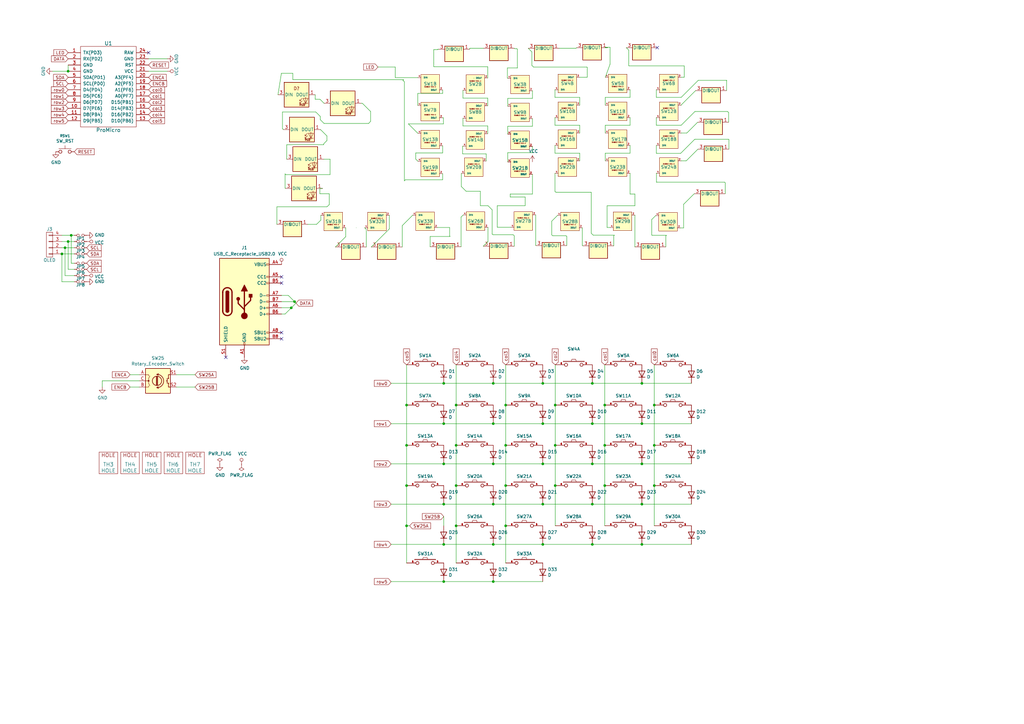
<source format=kicad_sch>
(kicad_sch (version 20230121) (generator eeschema)
  (paper "A3")
  (junction (at 222.6295 223.2846))
  (junction (at 207.3895 199.1546))
  (junction (at 263.2695 206.7746))
  (junction (at 202.3095 157.2446))
  (junction (at 187.0695 215.6646))
  (junction (at 248.0295 166.1346))
  (junction (at 181.9895 157.2446))
  (junction (at 187.0695 182.6446))
  (junction (at 222.6295 190.2646))
  (junction (at 26.67 101.6))
  (junction (at 119.4777 126.2535))
  (junction (at 263.2695 157.2446))
  (junction (at 120.8047 123.7135))
  (junction (at 27.94 29.21))
  (junction (at 222.6295 206.7746))
  (junction (at 242.9495 157.2446))
  (junction (at 202.3095 223.2846))
  (junction (at 227.7095 199.1546))
  (junction (at 181.9895 206.7746))
  (junction (at 166.7495 182.6446))
  (junction (at 187.0695 166.1346))
  (junction (at 242.9495 173.7546))
  (junction (at 27.94 99.06))
  (junction (at 207.3895 182.6446))
  (junction (at 263.2695 223.2846))
  (junction (at 263.2695 190.2646))
  (junction (at 207.3895 166.1346))
  (junction (at 202.3095 206.7746))
  (junction (at 242.9495 206.7746))
  (junction (at 166.7495 199.1546))
  (junction (at 242.9495 190.2646))
  (junction (at 227.7095 182.6446))
  (junction (at 268.3495 182.6446))
  (junction (at 202.3095 238.5246))
  (junction (at 181.9895 223.2846))
  (junction (at 166.7495 166.1346))
  (junction (at 242.9495 223.2846))
  (junction (at 187.0695 199.1546))
  (junction (at 263.2695 173.7546))
  (junction (at 248.0295 199.1546))
  (junction (at 248.0295 182.6446))
  (junction (at 25.4 104.14))
  (junction (at 207.3895 215.6646))
  (junction (at 222.6295 157.2446))
  (junction (at 268.3495 199.1546))
  (junction (at 227.7095 166.1346))
  (junction (at 181.9895 173.7546))
  (junction (at 29.21 96.52))
  (junction (at 268.3495 166.1346))
  (junction (at 181.9895 238.5246))
  (junction (at 166.7495 215.6646))
  (junction (at 181.9895 190.2646))
  (junction (at 202.3095 190.2646))
  (junction (at 222.6295 173.7546))
  (junction (at 202.3095 173.7546))
  (no_connect (at 92.6173 146.5735))
  (no_connect (at 60.96 21.59))
  (no_connect (at 115.4773 113.5535))
  (no_connect (at 115.4773 136.4135))
  (no_connect (at 269.5679 19.5445))
  (no_connect (at 115.4773 116.0935))
  (no_connect (at 115.4773 138.9535))
  (wire (pts (xy 218.3869 62.5947) (xy 208.2269 62.5947)))
  (wire (pts (xy 197.0277 78.4345) (xy 197.0277 84.3476)))
  (wire (pts (xy 222.6295 157.2446) (xy 242.9495 157.2446)))
  (wire (pts (xy 267.4593 96.531) (xy 267.3352 96.4069)))
  (wire (pts (xy 248.0295 149.6246) (xy 248.0295 166.1346)))
  (wire (pts (xy 202.3095 206.7746) (xy 181.9895 206.7746)))
  (wire (pts (xy 227.6258 62.811) (xy 227.6258 59.636)))
  (wire (pts (xy 189.0978 89.0415) (xy 189.9817 88.1576)))
  (wire (pts (xy 141.7729 97.091) (xy 137.5597 101.3042)))
  (wire (pts (xy 170.507 65.2396) (xy 171.3731 66.1057)))
  (wire (pts (xy 237.7858 51.381) (xy 227.6258 51.381)))
  (wire (pts (xy 203.9517 84.3476) (xy 215.3817 84.3476)))
  (wire (pts (xy 226.2735 90.7288) (xy 228.6865 88.3158)))
  (wire (pts (xy 263.2695 190.2646) (xy 283.5895 190.2646)))
  (wire (pts (xy 189.7184 60.0826) (xy 189.8858 59.9152)))
  (wire (pts (xy 151.2203 50.6403) (xy 132.9152 50.6403)))
  (wire (pts (xy 208.2269 62.5947) (xy 208.2269 66.4047)))
  (wire (pts (xy 181.9895 157.2446) (xy 160.3995 157.2446)))
  (wire (pts (xy 258.4128 79.5824) (xy 258.4128 71.066)))
  (wire (pts (xy 297.1701 74.6975) (xy 269.3202 74.6975)))
  (wire (pts (xy 236.213 19.8236) (xy 236.4921 19.5445)))
  (wire (pts (xy 269.3202 74.6975) (xy 269.2581 74.7596)))
  (wire (pts (xy 215.3817 80.7982) (xy 209.2429 80.7982)))
  (wire (pts (xy 281.4404 65.986) (xy 286.2691 61.1573)))
  (wire (pts (xy 187.0695 149.6246) (xy 187.0695 166.1346)))
  (wire (pts (xy 228.0102 78.8843) (xy 242.5245 78.8843)))
  (wire (pts (xy 135.3662 65.274) (xy 135.3662 71.6046)))
  (wire (pts (xy 268.3495 199.1546) (xy 268.3495 215.6646)))
  (wire (pts (xy 170.507 62.7386) (xy 170.507 65.2396)))
  (wire (pts (xy 41.91 156.21) (xy 41.91 158.75)))
  (wire (pts (xy 285.0248 45.731) (xy 279.3748 51.381)))
  (wire (pts (xy 166.7495 215.6646) (xy 166.7495 230.9046)))
  (wire (pts (xy 116.9377 128.7935) (xy 119.4777 126.2535)))
  (wire (pts (xy 189.0978 89.0415) (xy 189.0978 101.2142)))
  (wire (pts (xy 187.0695 166.1346) (xy 187.0695 182.6446)))
  (wire (pts (xy 202.3095 173.7546) (xy 222.6295 173.7546)))
  (wire (pts (xy 251.7511 100.8466) (xy 251.7511 96.7014)))
  (wire (pts (xy 181.9895 223.2846) (xy 202.3095 223.2846)))
  (wire (pts (xy 269.2148 39.951) (xy 269.2148 36.776)))
  (wire (pts (xy 131.3898 49.1149) (xy 131.3898 47.7975)))
  (wire (pts (xy 117.6332 65.2263) (xy 117.5854 65.274)))
  (wire (pts (xy 113.5794 92.0282) (xy 113.5794 84.833)))
  (wire (pts (xy 227.7095 199.1546) (xy 227.7095 215.6646)))
  (wire (pts (xy 298.8295 46.1498) (xy 298.4107 45.731)))
  (wire (pts (xy 222.6295 206.7746) (xy 242.9495 206.7746)))
  (wire (pts (xy 211.9659 19.9405) (xy 211.0694 19.9405)))
  (wire (pts (xy 176.404 101.208) (xy 176.3978 101.2142)))
  (wire (pts (xy 257.9845 27.0296) (xy 257.8914 26.9365)))
  (wire (pts (xy 222.6295 190.2646) (xy 242.9495 190.2646)))
  (wire (pts (xy 131.6129 88.3049) (xy 131.6129 90.2418)))
  (wire (pts (xy 269.2581 74.7596) (xy 269.2581 71.1093)))
  (wire (pts (xy 258.4128 48.206) (xy 258.4128 51.381)))
  (wire (pts (xy 119.4777 126.2535) (xy 121.4112 124.32)))
  (wire (pts (xy 242.9495 190.2646) (xy 263.2695 190.2646)))
  (wire (pts (xy 199.3481 63.1231) (xy 189.844 63.1231)))
  (wire (pts (xy 232.1661 96.6861) (xy 226.6457 96.6861)))
  (wire (pts (xy 268.3495 166.1346) (xy 268.3495 149.6246)))
  (wire (pts (xy 151.983 49.7389) (xy 151.2203 50.6403)))
  (wire (pts (xy 53.34 153.67) (xy 57.15 153.67)))
  (wire (pts (xy 226.6457 96.6861) (xy 226.2735 96.3139)))
  (wire (pts (xy 126.2794 92.0282) (xy 129.8265 92.0282)))
  (wire (pts (xy 181.8786 48.3257) (xy 181.8786 50.8242)))
  (wire (pts (xy 166.7495 199.1546) (xy 166.7495 215.6646)))
  (wire (pts (xy 263.2695 173.7546) (xy 283.5895 173.7546)))
  (wire (pts (xy 242.9495 173.7546) (xy 263.2695 173.7546)))
  (wire (pts (xy 212.201 27.8669) (xy 212.214 27.8799)))
  (wire (pts (xy 218.3869 37.1947) (xy 218.3869 40.3697)))
  (wire (pts (xy 251.7511 96.7014) (xy 252.0146 96.4379)))
  (wire (pts (xy 118.2647 121.1735) (xy 120.8047 123.7135)))
  (wire (pts (xy 200.1417 99.0558) (xy 198.2159 100.9816)))
  (wire (pts (xy 179.4496 93.3027) (xy 184.3993 93.3027)))
  (wire (pts (xy 260.4132 88.2227) (xy 260.4132 101.256)))
  (wire (pts (xy 129.2539 40.7244) (xy 131.2575 40.7244)))
  (wire (pts (xy 132.8254 65.274) (xy 135.3662 65.274)))
  (wire (pts (xy 200.0458 51.6602) (xy 189.8858 51.6602)))
  (wire (pts (xy 29.21 96.52) (xy 30.48 96.52)))
  (wire (pts (xy 26.67 101.6) (xy 30.48 101.6)))
  (wire (pts (xy 298.9691 57.2681) (xy 298.8449 57.1439)))
  (wire (pts (xy 166.7495 182.6446) (xy 166.7495 199.1546)))
  (wire (pts (xy 227.7095 149.6246) (xy 227.7095 166.1346)))
  (wire (pts (xy 160.3995 223.2846) (xy 181.9895 223.2846)))
  (wire (pts (xy 162.1063 31.8157) (xy 171.3731 31.8157)))
  (wire (pts (xy 60.96 24.13) (xy 68.58 24.13)))
  (wire (pts (xy 120.1225 32.6473) (xy 165.5587 32.6473)))
  (wire (pts (xy 280.6262 27.0296) (xy 280.6262 31.696)))
  (wire (pts (xy 176.404 96.9963) (xy 184.5915 96.9963)))
  (wire (pts (xy 181.8786 50.8242) (xy 167.5326 50.8242)))
  (wire (pts (xy 202.3095 206.7746) (xy 222.6295 206.7746)))
  (wire (pts (xy 268.3495 182.6446) (xy 268.3495 199.1546)))
  (wire (pts (xy 129.2539 38.8377) (xy 129.2539 40.7244)))
  (wire (pts (xy 177.9045 25.869) (xy 177.9045 20.3298)))
  (wire (pts (xy 202.3095 238.5246) (xy 181.9895 238.5246)))
  (wire (pts (xy 210.9159 96.7112) (xy 210.4567 96.252)))
  (wire (pts (xy 237.7858 54.556) (xy 237.7858 51.381)))
  (wire (pts (xy 115.4773 123.7135) (xy 120.8047 123.7135)))
  (wire (pts (xy 212.214 27.8799) (xy 212.214 20.1886)))
  (wire (pts (xy 117.6332 59.3284) (xy 117.6332 65.2263)))
  (wire (pts (xy 150.2597 101.3042) (xy 150.2597 94.1044)))
  (wire (pts (xy 146.1412 93.3958) (xy 146.1412 93.3849)))
  (wire (pts (xy 207.3895 199.1546) (xy 207.3895 215.6646)))
  (wire (pts (xy 159.7111 88.3158) (xy 159.7111 93.8532)))
  (wire (pts (xy 202.3095 190.2646) (xy 181.9895 190.2646)))
  (wire (pts (xy 207.3895 149.6246) (xy 207.3895 166.1346)))
  (wire (pts (xy 279.3748 43.126) (xy 279.3748 43.0702)))
  (wire (pts (xy 298.4107 45.731) (xy 285.0248 45.731)))
  (wire (pts (xy 177.9124 27.3552) (xy 177.9045 25.869)))
  (wire (pts (xy 267.3352 96.4069) (xy 267.3352 90.0093)))
  (wire (pts (xy 198.2525 19.8236) (xy 192.6691 19.8236)))
  (wire (pts (xy 165.874 74.1893) (xy 165.874 33.5838)))
  (wire (pts (xy 27.94 99.06) (xy 30.48 99.06)))
  (wire (pts (xy 250.2123 19.4073) (xy 248.198 19.4073)))
  (wire (pts (xy 199.39 66.04) (xy 199.39 63.165)))
  (wire (pts (xy 269.2148 51.381) (xy 269.2148 48.206)))
  (wire (pts (xy 26.67 101.6) (xy 26.67 113.03)))
  (wire (pts (xy 181.8786 48.3257) (xy 181.5331 48.3257)))
  (wire (pts (xy 219.6988 88.1297) (xy 219.6988 100.6141)))
  (wire (pts (xy 248.0295 199.1546) (xy 248.0295 215.6646)))
  (wire (pts (xy 258.4128 36.776) (xy 258.4128 39.951)))
  (wire (pts (xy 177.9045 20.3298) (xy 179.5653 20.3298)))
  (wire (pts (xy 257.8914 20.568) (xy 256.8679 19.5445)))
  (wire (pts (xy 279.3748 65.986) (xy 281.4404 65.986)))
  (wire (pts (xy 248.0295 166.1346) (xy 248.0295 182.6446)))
  (wire (pts (xy 165.2591 32.9689) (xy 165.5587 32.6473)))
  (wire (pts (xy 280.3657 93.4888) (xy 280.3657 83.8079)))
  (wire (pts (xy 72.39 158.75) (xy 80.01 158.75)))
  (wire (pts (xy 181.9895 190.2646) (xy 160.3995 190.2646)))
  (wire (pts (xy 280.6262 31.696) (xy 279.3748 31.696)))
  (wire (pts (xy 202.3095 157.2446) (xy 181.9895 157.2446)))
  (wire (pts (xy 202.3095 238.5246) (xy 222.6295 238.5246)))
  (wire (pts (xy 248.198 19.5445) (xy 249.1921 19.5445)))
  (wire (pts (xy 202.3095 157.2446) (xy 222.6295 157.2446)))
  (wire (pts (xy 187.0695 215.6646) (xy 187.0695 230.9046)))
  (wire (pts (xy 27.94 26.67) (xy 27.94 29.21)))
  (wire (pts (xy 189.844 63.1231) (xy 189.7184 62.9975)))
  (wire (pts (xy 238.8465 93.3958) (xy 238.8465 100.642)))
  (wire (pts (xy 248.198 19.4073) (xy 248.198 19.5445)))
  (wire (pts (xy 27.94 110.49) (xy 30.48 110.49)))
  (wire (pts (xy 60.96 29.21) (xy 68.58 29.21)))
  (wire (pts (xy 279.3748 43.0702) (xy 285.2921 37.1529)))
  (wire (pts (xy 116.9129 71.3258) (xy 116.9129 77.1175)))
  (wire (pts (xy 210.9159 100.9816) (xy 210.9159 96.7112)))
  (wire (pts (xy 252.0146 96.4379) (xy 243.2798 96.4379)))
  (wire (pts (xy 279.3748 51.381) (xy 269.2148 51.381)))
  (wire (pts (xy 135.3662 71.6046) (xy 117.1917 71.6046)))
  (wire (pts (xy 199.39 63.165) (xy 199.3481 63.1231)))
  (wire (pts (xy 297.4339 79.4397) (xy 297.4339 74.9613)))
  (wire (pts (xy 248.9832 84.4127) (xy 248.9832 93.3027)))
  (wire (pts (xy 238.8465 100.642) (xy 239.0511 100.8466)))
  (wire (pts (xy 201.835 86.0409) (xy 200.1417 84.3476)))
  (wire (pts (xy 227.6258 78.4999) (xy 228.0102 78.8843)))
  (wire (pts (xy 120.8047 123.7135) (xy 121.4112 124.32)))
  (wire (pts (xy 166.7495 215.6646) (xy 168.0195 215.6646)))
  (wire (pts (xy 258.4128 59.636) (xy 258.4128 62.811)))
  (wire (pts (xy 131.2119 79.4808) (xy 135.0476 79.4808)))
  (wire (pts (xy 242.5245 95.6826) (xy 243.2798 96.4379)))
  (wire (pts (xy 279.0957 93.4888) (xy 280.3657 93.4888)))
  (wire (pts (xy 268.3495 182.6446) (xy 268.3495 166.1346)))
  (wire (pts (xy 203.9517 84.3476) (xy 203.9517 93.2097)))
  (wire (pts (xy 218.8145 27.4948) (xy 240.695 27.4948)))
  (wire (pts (xy 179.5653 20.3298) (xy 179.5653 20.1903)))
  (wire (pts (xy 208.2269 51.7997) (xy 208.2269 54.9747)))
  (wire (pts (xy 240.8282 31.696) (xy 237.7858 31.696)))
  (wire (pts (xy 25.4 101.6) (xy 26.67 101.6)))
  (wire (pts (xy 115.8583 45.9254) (xy 129.5177 45.9254)))
  (wire (pts (xy 29.21 96.52) (xy 29.21 107.95)))
  (wire (pts (xy 200.0458 40.2302) (xy 189.8858 40.2302)))
  (wire (pts (xy 298.8449 57.1439) (xy 284.9115 57.1439)))
  (wire (pts (xy 134.0954 57.6394) (xy 134.0954 55.7797)))
  (wire (pts (xy 207.3895 215.6646) (xy 207.3895 230.9046)))
  (wire (pts (xy 242.9495 206.7746) (xy 263.2695 206.7746)))
  (wire (pts (xy 25.4 99.06) (xy 27.94 99.06)))
  (wire (pts (xy 167.5326 50.8352) (xy 171.3731 54.6757)))
  (wire (pts (xy 273.3518 96.531) (xy 267.4593 96.531)))
  (wire (pts (xy 273.1039 101.2653) (xy 273.1039 96.7789)))
  (wire (pts (xy 120.1225 30.0818) (xy 120.1225 32.6473)))
  (wire (pts (xy 279.3748 39.951) (xy 269.2148 39.951)))
  (wire (pts (xy 194.3964 32.1147) (xy 194.3964 31.9752)))
  (wire (pts (xy 187.0695 199.1546) (xy 187.0695 215.6646)))
  (wire (pts (xy 203.9517 93.2097) (xy 209.5388 93.2097)))
  (wire (pts (xy 184.3993 96.8041) (xy 184.5915 96.9963)))
  (wire (pts (xy 189.8858 51.6602) (xy 189.8858 48.4852)))
  (wire (pts (xy 116.9129 77.1175) (xy 117.0847 77.2893)))
  (wire (pts (xy 250.2123 26.3155) (xy 248.2528 31.696)))
  (wire (pts (xy 131.3898 47.7975) (xy 129.5177 45.9254)))
  (wire (pts (xy 197.0277 78.4345) (xy 191.1494 78.4345)))
  (wire (pts (xy 115.8583 45.9254) (xy 115.8583 52.7826)))
  (wire (pts (xy 222.6295 223.2846) (xy 242.9495 223.2846)))
  (wire (pts (xy 263.2695 206.7746) (xy 283.5895 206.7746)))
  (wire (pts (xy 132.9152 50.6403) (xy 131.3898 49.1149)))
  (wire (pts (xy 269.2581 71.1093) (xy 269.2148 71.066)))
  (wire (pts (xy 200.1417 93.2376) (xy 200.1417 99.0558)))
  (wire (pts (xy 131.2119 79.4808) (xy 131.2119 77.2893)))
  (wire (pts (xy 115.4076 30.0818) (xy 114.0139 38.8377)))
  (wire (pts (xy 209.2429 79.5824) (xy 218.3869 79.5824)))
  (wire (pts (xy 232.4918 97.0118) (xy 232.1661 96.6861)))
  (wire (pts (xy 248.0295 199.1546) (xy 248.0295 182.6446)))
  (wire (pts (xy 257.9845 27.0296) (xy 280.6262 27.0296)))
  (wire (pts (xy 219.6988 100.6141) (xy 219.7918 100.7071)))
  (wire (pts (xy 273.1039 96.7789) (xy 273.3518 96.531)))
  (wire (pts (xy 298.8295 50.132) (xy 298.8295 46.1498)))
  (wire (pts (xy 257.8914 26.9365) (xy 257.8914 20.568)))
  (wire (pts (xy 298.0799 32.9741) (xy 286.3517 32.9741)))
  (wire (pts (xy 150.2597 94.1044) (xy 149.5511 93.3958)))
  (wire (pts (xy 187.0695 182.6446) (xy 187.0695 199.1546)))
  (wire (pts (xy 202.3095 223.2846) (xy 222.6295 223.2846)))
  (wire (pts (xy 167.5326 50.8242) (xy 167.5326 50.8352)))
  (wire (pts (xy 227.7095 182.6446) (xy 227.7095 199.1546)))
  (wire (pts (xy 208.1149 27.8669) (xy 208.1149 32.0027)))
  (wire (pts (xy 165.874 33.5838) (xy 165.2591 32.9689)))
  (wire (pts (xy 202.3095 173.7546) (xy 181.9895 173.7546)))
  (wire (pts (xy 166.7495 149.6246) (xy 166.7495 166.1346)))
  (wire (pts (xy 237.7858 65.986) (xy 237.7858 62.811)))
  (wire (pts (xy 166.2076 73.7586) (xy 165.874 74.1893)))
  (wire (pts (xy 260.4132 79.5824) (xy 258.4128 79.5824)))
  (wire (pts (xy 207.3895 182.6446) (xy 207.3895 199.1546)))
  (wire (pts (xy 27.94 99.06) (xy 27.94 110.49)))
  (wire (pts (xy 212.214 20.1886) (xy 211.9659 19.9405)))
  (wire (pts (xy 222.6295 173.7546) (xy 242.9495 173.7546)))
  (wire (pts (xy 240.8282 27.5819) (xy 240.8282 31.696)))
  (wire (pts (xy 248.2528 51.381) (xy 248.2528 54.556)))
  (wire (pts (xy 218.3869 60.0547) (xy 218.3869 62.5947)))
  (wire (pts (xy 248.2528 39.951) (xy 248.2528 43.126)))
  (wire (pts (xy 226.2735 96.3139) (xy 226.2735 90.7288)))
  (wire (pts (xy 227.6258 51.381) (xy 227.6258 48.206)))
  (wire (pts (xy 181.5331 59.7557) (xy 181.5331 62.7386)))
  (wire (pts (xy 113.5794 84.833) (xy 134.113 84.833)))
  (wire (pts (xy 117.1917 71.6046) (xy 116.9129 71.3258)))
  (wire (pts (xy 132.8035 59.3284) (xy 132.8035 58.9313)))
  (wire (pts (xy 218.1632 21.3123) (xy 216.6745 19.8236)))
  (wire (pts (xy 115.8583 52.7826) (xy 116.2121 53.1364)))
  (wire (pts (xy 263.2695 157.2446) (xy 283.5895 157.2446)))
  (wire (pts (xy 279.141 62.9251) (xy 269.3289 62.9251)))
  (wire (pts (xy 218.8145 27.4948) (xy 218.1632 26.8435)))
  (wire (pts (xy 269.2148 62.811) (xy 269.2148 59.636)))
  (wire (pts (xy 208.1149 32.0027) (xy 208.2269 32.1147)))
  (wire (pts (xy 284.9115 57.1546) (xy 279.141 62.9251)))
  (wire (pts (xy 227.7095 166.1346) (xy 227.7095 182.6446)))
  (wire (pts (xy 53.34 158.75) (xy 57.15 158.75)))
  (wire (pts (xy 281.7055 54.556) (xy 286.1295 50.132)))
  (wire (pts (xy 260.4132 79.5824) (xy 260.4132 84.4127)))
  (wire (pts (xy 218.3869 51.7997) (xy 208.2269 51.7997)))
  (wire (pts (xy 160.3995 238.5246) (xy 181.9895 238.5246)))
  (wire (pts (xy 227.6258 71.066) (xy 227.6258 78.4999)))
  (wire (pts (xy 237.7858 39.951) (xy 227.6258 39.951)))
  (wire (pts (xy 179.5653 20.1903) (xy 179.9142 20.1903)))
  (wire (pts (xy 189.8858 40.2302) (xy 189.8858 37.0552)))
  (wire (pts (xy 286.3517 32.9741) (xy 279.3748 39.951)))
  (wire (pts (xy 181.5331 38.3243) (xy 181.5331 36.8957)))
  (wire (pts (xy 131.6129 90.2418) (xy 129.8265 92.0282)))
  (wire (pts (xy 27.94 29.21) (xy 21.59 29.21)))
  (wire (pts (xy 151.983 45.7174) (xy 151.983 49.7389)))
  (wire (pts (xy 135.0476 79.4808) (xy 135.0476 83.8984)))
  (wire (pts (xy 263.2695 223.2846) (xy 283.5895 223.2846)))
  (wire (pts (xy 207.3895 166.1346) (xy 207.3895 182.6446)))
  (wire (pts (xy 200.0458 27.3552) (xy 177.9124 27.3552)))
  (wire (pts (xy 202.3095 190.2646) (xy 222.6295 190.2646)))
  (wire (pts (xy 297.4339 74.9613) (xy 297.1701 74.6975)))
  (wire (pts (xy 218.3869 48.6247) (xy 218.3869 51.7997)))
  (wire (pts (xy 258.4128 62.811) (xy 248.2528 62.811)))
  (wire (pts (xy 248.2528 62.811) (xy 248.2528 65.986)))
  (wire (pts (xy 200.0458 43.4052) (xy 200.0458 40.2302)))
  (wire (pts (xy 201.835 95.9418) (xy 201.835 86.0409)))
  (wire (pts (xy 171.3731 38.3243) (xy 171.3731 43.2457)))
  (wire (pts (xy 181.5331 71.1857) (xy 181.5331 73.7586)))
  (wire (pts (xy 181.9895 173.7546) (xy 160.3995 173.7546)))
  (wire (pts (xy 242.9495 223.2846) (xy 263.2695 223.2846)))
  (wire (pts (xy 115.4773 128.7935) (xy 116.9377 128.7935)))
  (wire (pts (xy 232.4918 100.7071) (xy 232.4918 97.0118)))
  (wire (pts (xy 189.7184 62.9975) (xy 189.7184 60.0826)))
  (wire (pts (xy 115.4773 121.1735) (xy 118.2647 121.1735)))
  (wire (pts (xy 148.1623 42.3892) (xy 148.6548 42.3892)))
  (wire (pts (xy 218.3869 40.3697) (xy 208.2269 40.3697)))
  (wire (pts (xy 184.3993 93.3027) (xy 184.3993 96.8041)))
  (wire (pts (xy 131.2119 77.2893) (xy 132.3247 77.2893)))
  (wire (pts (xy 200.0458 27.3552) (xy 200.0458 31.9752)))
  (wire (pts (xy 30.48 104.14) (xy 25.4 104.14)))
  (wire (pts (xy 192.6691 19.8236) (xy 192.6142 20.1903)))
  (wire (pts (xy 115.4076 30.0818) (xy 120.1225 30.0818)))
  (wire (pts (xy 189.23 76.5151) (xy 191.1494 78.4345)))
  (wire (pts (xy 240.8282 27.5819) (xy 240.695 27.4948)))
  (wire (pts (xy 258.4128 51.381) (xy 248.2528 51.381)))
  (wire (pts (xy 166.7495 166.1346) (xy 166.7495 182.6446)))
  (wire (pts (xy 229.3745 19.8236) (xy 236.213 19.8236)))
  (wire (pts (xy 260.4132 101.256) (xy 260.4039 101.2653)))
  (wire (pts (xy 131.2575 40.7244) (xy 132.9223 42.3892)))
  (wire (pts (xy 267.3352 90.0093) (xy 268.9357 88.4088)))
  (wire (pts (xy 269.3289 62.9251) (xy 269.2148 62.811)))
  (wire (pts (xy 218.1632 26.8435) (xy 218.1632 21.3123)))
  (wire (pts (xy 164.9601 92.5522) (xy 169.2896 88.2227)))
  (wire (pts (xy 197.0277 84.3476) (xy 200.1417 84.3476)))
  (wire (pts (xy 25.4 115.57) (xy 30.48 115.57)))
  (wire (pts (xy 189.23 71.12) (xy 189.23 76.5151)))
  (wire (pts (xy 29.21 107.95) (xy 30.48 107.95)))
  (wire (pts (xy 250.2123 19.4073) (xy 250.2123 26.3155)))
  (wire (pts (xy 25.4 104.14) (xy 25.4 115.57)))
  (wire (pts (xy 162.1063 31.8157) (xy 162.1063 27.4885)))
  (wire (pts (xy 208.1149 27.8669) (xy 212.201 27.8669)))
  (wire (pts (xy 26.67 113.03) (xy 30.48 113.03)))
  (wire (pts (xy 298.9691 61.1573) (xy 298.9691 57.2681)))
  (wire (pts (xy 202.1452 96.252) (xy 201.835 95.9418)))
  (wire (pts (xy 134.0954 55.7797) (xy 131.4521 53.1364)))
  (wire (pts (xy 210.4567 96.252) (xy 202.1452 96.252)))
  (wire (pts (xy 279.3748 54.556) (xy 281.7055 54.556)))
  (wire (pts (xy 134.113 84.833) (xy 135.0476 83.8984)))
  (wire (pts (xy 181.5331 62.7386) (xy 170.507 62.7386)))
  (wire (pts (xy 176.404 96.9963) (xy 176.404 101.208)))
  (wire (pts (xy 242.5245 78.8843) (xy 242.5245 95.6826)))
  (wire (pts (xy 211.0694 19.9405) (xy 210.9525 19.8236)))
  (wire (pts (xy 237.7858 62.811) (xy 227.6258 62.811)))
  (wire (pts (xy 248.9832 84.4127) (xy 260.4132 84.4127)))
  (wire (pts (xy 227.6258 39.951) (xy 227.6258 36.776)))
  (wire (pts (xy 263.2695 157.2446) (xy 242.9495 157.2446)))
  (wire (pts (xy 162.1063 27.4885) (xy 154.9998 27.4885)))
  (wire (pts (xy 148.6548 42.3892) (xy 151.983 45.7174)))
  (wire (pts (xy 181.5331 73.7586) (xy 166.2076 73.7586)))
  (wire (pts (xy 218.3869 79.5824) (xy 218.3869 71.4847)))
  (wire (pts (xy 208.2269 40.3697) (xy 208.2269 43.5447)))
  (wire (pts (xy 171.3731 38.3243) (xy 181.5331 38.3243)))
  (wire (pts (xy 115.4773 126.2535) (xy 119.4777 126.2535)))
  (wire (pts (xy 164.9601 101.3042) (xy 164.9601 92.5522)))
  (wire (pts (xy 132.8035 59.3284) (xy 117.6332 59.3284)))
  (wire (pts (xy 209.2429 80.7982) (xy 209.2429 79.5824)))
  (wire (pts (xy 200.0458 54.8352) (xy 200.0458 51.6602)))
  (wire (pts (xy 237.7858 43.126) (xy 237.7858 39.951)))
  (wire (pts (xy 215.3817 80.7982) (xy 215.3817 84.3476)))
  (wire (pts (xy 57.15 156.21) (xy 41.91 156.21)))
  (wire (pts (xy 25.4 96.52) (xy 29.21 96.52)))
  (wire (pts (xy 248.9832 93.3027) (xy 250.2532 93.3027)))
  (wire (pts (xy 181.9895 206.7746) (xy 160.3995 206.7746)))
  (wire (pts (xy 284.9115 57.1439) (xy 284.9115 57.1546)))
  (wire (pts (xy 297.9921 33.0619) (xy 298.0799 32.9741)))
  (wire (pts (xy 72.39 153.67) (xy 80.01 153.67)))
  (wire (pts (xy 181.9895 211.8546) (xy 181.9895 215.6646)))
  (wire (pts (xy 297.9921 37.1529) (xy 297.9921 33.0619)))
  (wire (pts (xy 159.7111 93.8532) (xy 152.2601 101.3042)))
  (wire (pts (xy 258.4128 39.951) (xy 248.2528 39.951)))
  (wire (pts (xy 280.3657 83.8079) (xy 284.7339 79.4397)))
  (wire (pts (xy 132.8035 58.9313) (xy 134.0954 57.6394)))
  (wire (pts (xy 141.7729 93.3849) (xy 141.7729 97.091)))
  (global_label "col3" (shape input) (at 207.3895 149.6246 90) (property "Intersheetrefs" "${INTERSHEET_REFS}" (effects hide)))
  (global_label "row0" (shape input) (at 27.94 36.83 180) (property "Intersheetrefs" "${INTERSHEET_REFS}" (effects hide)))
  (global_label "row0" (shape input) (at 160.3995 157.2446 180) (property "Intersheetrefs" "${INTERSHEET_REFS}" (effects hide)))
  (global_label "SDA" (shape input) (at 35.56 104.14 0) (property "Intersheetrefs" "${INTERSHEET_REFS}" (effects hide)))
  (global_label "ENCB" (shape input) (at 60.96 34.29 0) (property "Intersheetrefs" "${INTERSHEET_REFS}" (effects hide)))
  (global_label "col2" (shape input) (at 60.96 41.91 0) (property "Intersheetrefs" "${INTERSHEET_REFS}" (effects hide)))
  (global_label "SCL" (shape input) (at 35.56 110.49 0) (property "Intersheetrefs" "${INTERSHEET_REFS}" (effects hide)))
  (global_label "SW25B" (shape input) (at 181.9895 211.8546 180) (property "Intersheetrefs" "${INTERSHEET_REFS}" (effects hide)))
  (global_label "col5" (shape input) (at 166.7495 149.6246 90) (property "Intersheetrefs" "${INTERSHEET_REFS}" (effects hide)))
  (global_label "col0" (shape input) (at 60.96 36.83 0) (property "Intersheetrefs" "${INTERSHEET_REFS}" (effects hide)))
  (global_label "SW25B" (shape input) (at 80.01 158.75 0) (property "Intersheetrefs" "${INTERSHEET_REFS}" (effects hide)))
  (global_label "row2" (shape input) (at 27.94 41.91 180) (property "Intersheetrefs" "${INTERSHEET_REFS}" (effects hide)))
  (global_label "row5" (shape input) (at 27.94 49.53 180) (property "Intersheetrefs" "${INTERSHEET_REFS}" (effects hide)))
  (global_label "ENCA" (shape input) (at 60.96 31.75 0) (property "Intersheetrefs" "${INTERSHEET_REFS}" (effects hide)))
  (global_label "col5" (shape input) (at 60.96 49.53 0) (property "Intersheetrefs" "${INTERSHEET_REFS}" (effects hide)))
  (global_label "SCL" (shape input) (at 27.94 34.29 180) (property "Intersheetrefs" "${INTERSHEET_REFS}" (effects hide)))
  (global_label "row5" (shape input) (at 160.3995 238.5246 180) (property "Intersheetrefs" "${INTERSHEET_REFS}" (effects hide)))
  (global_label "row1" (shape input) (at 27.94 39.37 180) (property "Intersheetrefs" "${INTERSHEET_REFS}" (effects hide)))
  (global_label "col0" (shape input) (at 268.3495 149.6246 90) (property "Intersheetrefs" "${INTERSHEET_REFS}" (effects hide)))
  (global_label "row1" (shape input) (at 160.3995 173.7546 180) (property "Intersheetrefs" "${INTERSHEET_REFS}" (effects hide)))
  (global_label "col4" (shape input) (at 187.0695 149.6246 90) (property "Intersheetrefs" "${INTERSHEET_REFS}" (effects hide)))
  (global_label "row3" (shape input) (at 27.94 44.45 180) (property "Intersheetrefs" "${INTERSHEET_REFS}" (effects hide)))
  (global_label "col2" (shape input) (at 227.7095 149.6246 90) (property "Intersheetrefs" "${INTERSHEET_REFS}" (effects hide)))
  (global_label "SW25A" (shape input) (at 168.0195 215.6646 0) (property "Intersheetrefs" "${INTERSHEET_REFS}" (effects hide)))
  (global_label "col3" (shape input) (at 60.96 44.45 0) (property "Intersheetrefs" "${INTERSHEET_REFS}" (effects hide)))
  (global_label "SW25A" (shape input) (at 80.01 153.67 0) (property "Intersheetrefs" "${INTERSHEET_REFS}" (effects hide)))
  (global_label "col1" (shape input) (at 60.96 39.37 0) (property "Intersheetrefs" "${INTERSHEET_REFS}" (effects hide)))
  (global_label "SDA" (shape input) (at 27.94 31.75 180) (property "Intersheetrefs" "${INTERSHEET_REFS}" (effects hide)))
  (global_label "SCL" (shape input) (at 35.56 101.6 0) (property "Intersheetrefs" "${INTERSHEET_REFS}" (effects hide)))
  (global_label "DATA" (shape input) (at 121.4112 124.32 0) (property "Intersheetrefs" "${INTERSHEET_REFS}" (effects hide)))
  (global_label "ENCB" (shape input) (at 53.34 158.75 180) (property "Intersheetrefs" "${INTERSHEET_REFS}" (effects hide)))
  (global_label "DATA" (shape input) (at 27.94 24.13 180) (property "Intersheetrefs" "${INTERSHEET_REFS}" (effects hide)))
  (global_label "col1" (shape input) (at 248.0295 149.6246 90) (property "Intersheetrefs" "${INTERSHEET_REFS}" (effects hide)))
  (global_label "row2" (shape input) (at 160.3995 190.2646 180) (property "Intersheetrefs" "${INTERSHEET_REFS}" (effects hide)))
  (global_label "SDA" (shape input) (at 35.56 107.95 0) (property "Intersheetrefs" "${INTERSHEET_REFS}" (effects hide)))
  (global_label "row3" (shape input) (at 160.3995 206.7746 180) (property "Intersheetrefs" "${INTERSHEET_REFS}" (effects hide)))
  (global_label "RESET" (shape input) (at 60.96 26.67 0) (property "Intersheetrefs" "${INTERSHEET_REFS}" (effects hide)))
  (global_label "ENCA" (shape input) (at 53.34 153.67 180) (property "Intersheetrefs" "${INTERSHEET_REFS}" (effects hide)))
  (global_label "col4" (shape input) (at 60.96 46.99 0) (property "Intersheetrefs" "${INTERSHEET_REFS}" (effects hide)))
  (global_label "RESET" (shape input) (at 30.48 62.23 0) (property "Intersheetrefs" "${INTERSHEET_REFS}" (effects hide)))
  (global_label "row4" (shape input) (at 160.3995 223.2846 180) (property "Intersheetrefs" "${INTERSHEET_REFS}" (effects hide)))
  (global_label "LED" (shape input) (at 154.9998 27.4885 180) (property "Intersheetrefs" "${INTERSHEET_REFS}" (effects hide)))
  (global_label "row4" (shape input) (at 27.94 46.99 180) (property "Intersheetrefs" "${INTERSHEET_REFS}" (effects hide)))
  (global_label "LED" (shape input) (at 27.94 21.59 180) (property "Intersheetrefs" "${INTERSHEET_REFS}" (effects hide)))
  (symbol (lib_id "SofleKeyboard-rescue:ProMicro_2-Lily58-cache-Lily58_Pro-rescue") (at 44.45 35.56 0) (unit 1)
    (property "Reference" "U1" (at 44.45 17.78 0) (effects (font (size 1.524 1.524))))
    (property "Value" "ProMicro" (at 44.45 53.34 0) (effects (font (size 1.524 1.524))))
    (property "Footprint" "SofleChoc:ProMicro_1" (effects hide))
  )
  (symbol (lib_id "SofleKeyboard:SW_PUSH_LED") (at 194.6895 215.6646 0) (unit 1)
    (property "Reference" "SW26" (at 194.6895 211.8546 0))
    (property "Value" "SW_PUSH_LED" (effects hide))
    (property "Footprint" "SofleChoc:Choc_Hotswap_SK6812MiniE_v2" (effects hide))
  )
  (symbol (lib_id "SofleKeyboard:SW_PUSH_LED") (at 174.3695 149.6246 0) (unit 1)
    (property "Reference" "SW1" (at 174.3695 145.8146 0))
    (property "Value" "SW_PUSH_LED" (effects hide))
    (property "Footprint" "SofleChoc:Choc_Hotswap_SK6812MiniE_v2" (effects hide))
  )
  (symbol (lib_id "SofleKeyboard-rescue:D-Lily58-cache-Lily58_Pro-rescue") (at 181.9895 153.4346 90) (unit 1)
    (property "Reference" "D1" (at 183.9961 152.2662 90) (effects (justify right)))
    (property "Value" "D" (at 183.9961 154.5776 90) (effects (justify right)))
    (property "Footprint" "Diode_SMD:D_SOD-123-dbl" (effects hide))
  )
  (symbol (lib_id "SofleKeyboard:SW_PUSH_LED") (at 194.6895 149.6246 0) (unit 1)
    (property "Reference" "SW2" (at 194.6895 145.8146 0))
    (property "Value" "SW_PUSH_LED" (effects hide))
    (property "Footprint" "SofleChoc:Choc_Hotswap_SK6812MiniE_v2" (effects hide))
  )
  (symbol (lib_id "SofleKeyboard-rescue:D-Lily58-cache-Lily58_Pro-rescue") (at 202.3095 153.4346 90) (unit 1)
    (property "Reference" "D2" (at 204.3161 152.2662 90) (effects (justify right)))
    (property "Value" "D" (at 204.3161 154.5776 90) (effects (justify right)))
    (property "Footprint" "Diode_SMD:D_SOD-123-dbl" (effects hide))
    (property "Datasheet" "https://www.vishay.com/docs/85748/1n4148w.pdf" (effects hide))
    (property "Sim.Device" "D" (effects hide))
    (property "Sim.Pins" "1=K 2=A" (effects hide))
  )
  (symbol (lib_id "SofleKeyboard:SW_PUSH_LED") (at 215.0095 149.6246 0) (unit 1)
    (property "Reference" "SW3" (at 215.0095 145.8146 0))
    (property "Value" "SW_PUSH_LED" (effects hide))
    (property "Footprint" "SofleChoc:Choc_Hotswap_SK6812MiniE_v2" (effects hide))
  )
  (symbol (lib_id "SofleKeyboard-rescue:D-Lily58-cache-Lily58_Pro-rescue") (at 222.6295 153.4346 90) (unit 1)
    (property "Reference" "D3" (at 224.6361 152.2662 90) (effects (justify right)))
    (property "Value" "D" (at 224.6361 154.5776 90) (effects (justify right)))
    (property "Footprint" "Diode_SMD:D_SOD-123-dbl" (effects hide))
    (property "Datasheet" "https://www.vishay.com/docs/85748/1n4148w.pdf" (effects hide))
    (property "Sim.Device" "D" (effects hide))
    (property "Sim.Pins" "1=K 2=A" (effects hide))
  )
  (symbol (lib_id "SofleKeyboard:SW_PUSH_LED") (at 235.3295 149.6246 0) (unit 1)
    (property "Reference" "SW4" (at 235.3295 143.1476 0))
    (property "Value" "SW_PUSH_LED" (effects hide))
    (property "Footprint" "SofleChoc:Choc_Hotswap_SK6812MiniE_v2" (effects hide))
  )
  (symbol (lib_id "Diode:1N4148W") (at 242.9495 153.4346 90) (unit 1)
    (property "Reference" "D4" (at 244.9561 152.2662 90) (effects (justify right)))
    (property "Value" "D" (at 244.9561 154.5776 90) (effects (justify right)))
    (property "Footprint" "Diode_SMD:D_SOD-123-dbl" (effects hide))
    (property "Datasheet" "https://www.vishay.com/docs/85748/1n4148w.pdf" (effects hide))
    (property "Sim.Device" "D" (effects hide))
    (property "Sim.Pins" "1=K 2=A" (effects hide))
  )
  (symbol (lib_id "SofleKeyboard:SW_PUSH_LED") (at 255.6495 149.6246 0) (unit 1)
    (property "Reference" "SW5" (at 255.6495 145.8146 0))
    (property "Value" "SW_PUSH_LED" (effects hide))
    (property "Footprint" "SofleChoc:Choc_Hotswap_SK6812MiniE_v2" (effects hide))
  )
  (symbol (lib_id "Diode:1N4148W") (at 263.2695 153.4346 90) (unit 1)
    (property "Reference" "D5" (at 265.2761 152.2662 90) (effects (justify right)))
    (property "Value" "D" (at 265.2761 154.5776 90) (effects (justify right)))
    (property "Footprint" "Diode_SMD:D_SOD-123-dbl" (effects hide))
    (property "Datasheet" "https://www.vishay.com/docs/85748/1n4148w.pdf" (effects hide))
    (property "Sim.Device" "D" (effects hide))
    (property "Sim.Pins" "1=K 2=A" (effects hide))
  )
  (symbol (lib_id "SofleKeyboard:SW_PUSH_LED") (at 275.9695 149.6246 0) (unit 1)
    (property "Reference" "SW6" (at 275.9695 145.8146 0))
    (property "Value" "SW_PUSH_LED" (effects hide))
    (property "Footprint" "SofleChoc:Choc_Hotswap_SK6812MiniE_v2" (effects hide))
  )
  (symbol (lib_id "Diode:1N4148W") (at 283.5895 153.4346 90) (unit 1)
    (property "Reference" "D6" (at 285.5961 152.2662 90) (effects (justify right)))
    (property "Value" "D" (at 285.5961 154.5776 90) (effects (justify right)))
    (property "Footprint" "Diode_SMD:D_SOD-123-dbl" (effects hide))
    (property "Datasheet" "https://www.vishay.com/docs/85748/1n4148w.pdf" (effects hide))
    (property "Sim.Device" "D" (effects hide))
    (property "Sim.Pins" "1=K 2=A" (effects hide))
  )
  (symbol (lib_id "SofleKeyboard:SW_PUSH_LED") (at 194.6895 166.1346 0) (unit 1)
    (property "Reference" "SW8" (at 194.6895 162.3246 0))
    (property "Value" "SW_PUSH_LED" (effects hide))
    (property "Footprint" "SofleChoc:Choc_Hotswap_SK6812MiniE_v2" (effects hide))
  )
  (symbol (lib_id "SofleKeyboard:SW_PUSH_LED") (at 215.0095 166.1346 0) (unit 1)
    (property "Reference" "SW9" (at 215.0095 162.3246 0))
    (property "Value" "SW_PUSH_LED" (effects hide))
    (property "Footprint" "SofleChoc:Choc_Hotswap_SK6812MiniE_v2" (effects hide))
  )
  (symbol (lib_id "SofleKeyboard:SW_PUSH_LED") (at 235.3295 166.1346 0) (unit 1)
    (property "Reference" "SW10" (at 235.3295 162.3246 0))
    (property "Value" "SW_PUSH_LED" (effects hide))
    (property "Footprint" "SofleChoc:Choc_Hotswap_SK6812MiniE_v2" (effects hide))
  )
  (symbol (lib_id "SofleKeyboard:SW_PUSH_LED") (at 255.6495 166.1346 0) (unit 1)
    (property "Reference" "SW11" (at 255.6495 162.3246 0))
    (property "Value" "SW_PUSH_LED" (effects hide))
    (property "Footprint" "SofleChoc:Choc_Hotswap_SK6812MiniE_v2" (effects hide))
  )
  (symbol (lib_id "SofleKeyboard:SW_PUSH_LED") (at 275.9695 166.1346 0) (unit 1)
    (property "Reference" "SW12" (at 275.9695 162.3246 0))
    (property "Value" "SW_PUSH_LED" (effects hide))
    (property "Footprint" "SofleChoc:Choc_Hotswap_SK6812MiniE_v2" (effects hide))
  )
  (symbol (lib_id "SofleKeyboard:SW_PUSH_LED") (at 174.3695 166.1346 0) (unit 1)
    (property "Reference" "SW7" (at 174.3695 162.3246 0))
    (property "Value" "SW_PUSH_LED" (effects hide))
    (property "Footprint" "SofleChoc:Choc_Hotswap_SK6812MiniE_v2" (effects hide))
  )
  (symbol (lib_id "Diode:1N4148W") (at 181.9895 169.9446 90) (unit 1)
    (property "Reference" "D7" (at 183.9961 168.7762 90) (effects (justify right)))
    (property "Value" "D" (at 183.9961 171.0876 90) (effects (justify right)))
    (property "Footprint" "Diode_SMD:D_SOD-123-dbl" (effects hide))
    (property "Sim.Device" "D" (effects hide))
    (property "Sim.Pins" "1=K 2=A" (effects hide))
  )
  (symbol (lib_id "Diode:1N4148W") (at 202.3095 169.9446 90) (unit 1)
    (property "Reference" "D8" (at 204.3161 168.7762 90) (effects (justify right)))
    (property "Value" "D" (at 204.3161 171.0876 90) (effects (justify right)))
    (property "Footprint" "Diode_SMD:D_SOD-123-dbl" (effects hide))
    (property "Sim.Device" "D" (effects hide))
    (property "Sim.Pins" "1=K 2=A" (effects hide))
  )
  (symbol (lib_id "Diode:1N4148W") (at 222.6295 169.9446 90) (unit 1)
    (property "Reference" "D9" (at 224.6361 168.7762 90) (effects (justify right)))
    (property "Value" "D" (at 224.6361 171.0876 90) (effects (justify right)))
    (property "Footprint" "Diode_SMD:D_SOD-123-dbl" (effects hide))
    (property "Sim.Device" "D" (effects hide))
    (property "Sim.Pins" "1=K 2=A" (effects hide))
  )
  (symbol (lib_id "Diode:1N4148W") (at 242.9495 169.9446 90) (unit 1)
    (property "Reference" "D10" (at 244.9561 168.7762 90) (effects (justify right)))
    (property "Value" "D" (at 244.9561 171.0876 90) (effects (justify right)))
    (property "Footprint" "Diode_SMD:D_SOD-123-dbl" (effects hide))
    (property "Sim.Device" "D" (effects hide))
    (property "Sim.Pins" "1=K 2=A" (effects hide))
  )
  (symbol (lib_id "Diode:1N4148W") (at 263.2695 169.9446 90) (unit 1)
    (property "Reference" "D11" (at 265.2761 168.7762 90) (effects (justify right)))
    (property "Value" "D" (at 265.2761 171.0876 90) (effects (justify right)))
    (property "Footprint" "Diode_SMD:D_SOD-123-dbl" (effects hide))
    (property "Sim.Device" "D" (effects hide))
    (property "Sim.Pins" "1=K 2=A" (effects hide))
  )
  (symbol (lib_id "Diode:1N4148W") (at 283.5895 169.9446 90) (unit 1)
    (property "Reference" "D12" (at 285.5961 168.7762 90) (effects (justify right)))
    (property "Value" "D" (at 285.5961 171.0876 90) (effects (justify right)))
    (property "Footprint" "Diode_SMD:D_SOD-123-dbl" (effects hide))
    (property "Sim.Device" "D" (effects hide))
    (property "Sim.Pins" "1=K 2=A" (effects hide))
  )
  (symbol (lib_id "SofleKeyboard:SW_PUSH_LED") (at 174.3695 182.6446 0) (unit 1)
    (property "Reference" "SW13" (at 174.3695 178.8346 0))
    (property "Value" "SW_PUSH_LED" (effects hide))
    (property "Footprint" "SofleChoc:Choc_Hotswap_SK6812MiniE_v2" (effects hide))
  )
  (symbol (lib_id "SofleKeyboard:SW_PUSH_LED") (at 194.6895 182.6446 0) (unit 1)
    (property "Reference" "SW14" (at 194.6895 178.8346 0))
    (property "Value" "SW_PUSH_LED" (effects hide))
    (property "Footprint" "SofleChoc:Choc_Hotswap_SK6812MiniE_v2" (effects hide))
  )
  (symbol (lib_id "SofleKeyboard:SW_PUSH_LED") (at 215.0095 182.6446 0) (unit 1)
    (property "Reference" "SW15" (at 215.0095 178.8346 0))
    (property "Value" "SW_PUSH_LED" (effects hide))
    (property "Footprint" "SofleChoc:Choc_Hotswap_SK6812MiniE_v2" (effects hide))
  )
  (symbol (lib_id "SofleKeyboard:SW_PUSH_LED") (at 235.3295 182.6446 0) (unit 1)
    (property "Reference" "SW16" (at 235.3295 178.8346 0))
    (property "Value" "SW_PUSH_LED" (effects hide))
    (property "Footprint" "SofleChoc:Choc_Hotswap_SK6812MiniE_v2" (effects hide))
  )
  (symbol (lib_id "SofleKeyboard:SW_PUSH_LED") (at 255.6495 182.6446 0) (unit 1)
    (property "Reference" "SW17" (at 255.6495 178.8346 0))
    (property "Value" "SW_PUSH_LED" (effects hide))
    (property "Footprint" "SofleChoc:Choc_Hotswap_SK6812MiniE_v2" (effects hide))
  )
  (symbol (lib_id "SofleKeyboard:SW_PUSH_LED") (at 275.9695 182.6446 0) (unit 1)
    (property "Reference" "SW18" (at 275.9695 178.8346 0))
    (property "Value" "SW_PUSH_LED" (effects hide))
    (property "Footprint" "SofleChoc:Choc_Hotswap_SK6812MiniE_v2" (effects hide))
  )
  (symbol (lib_id "Diode:1N4148W") (at 181.9895 186.4546 90) (unit 1)
    (property "Reference" "D13" (at 183.9961 185.2862 90) (effects (justify right)))
    (property "Value" "D" (at 183.9961 187.5976 90) (effects (justify right)))
    (property "Footprint" "Diode_SMD:D_SOD-123-dbl" (effects hide))
    (property "Sim.Device" "D" (effects hide))
    (property "Sim.Pins" "1=K 2=A" (effects hide))
  )
  (symbol (lib_id "Diode:1N4148W") (at 202.3095 186.4546 90) (unit 1)
    (property "Reference" "D14" (at 204.3161 185.2862 90) (effects (justify right)))
    (property "Value" "D" (at 204.3161 187.5976 90) (effects (justify right)))
    (property "Footprint" "Diode_SMD:D_SOD-123-dbl" (effects hide))
    (property "Sim.Device" "D" (effects hide))
    (property "Sim.Pins" "1=K 2=A" (effects hide))
  )
  (symbol (lib_id "Diode:1N4148W") (at 222.6295 186.4546 90) (unit 1)
    (property "Reference" "D15" (at 224.6361 185.2862 90) (effects (justify right)))
    (property "Value" "D" (at 224.6361 187.5976 90) (effects (justify right)))
    (property "Footprint" "Diode_SMD:D_SOD-123-dbl" (effects hide))
    (property "Sim.Device" "D" (effects hide))
    (property "Sim.Pins" "1=K 2=A" (effects hide))
  )
  (symbol (lib_id "Diode:1N4148W") (at 242.9495 186.4546 90) (unit 1)
    (property "Reference" "D16" (at 244.9561 185.2862 90) (effects (justify right)))
    (property "Value" "D" (at 244.9561 187.5976 90) (effects (justify right)))
    (property "Footprint" "Diode_SMD:D_SOD-123-dbl" (effects hide))
    (property "Sim.Device" "D" (effects hide))
    (property "Sim.Pins" "1=K 2=A" (effects hide))
  )
  (symbol (lib_id "Diode:1N4148W") (at 263.2695 186.4546 90) (unit 1)
    (property "Reference" "D17" (at 265.2761 185.2862 90) (effects (justify right)))
    (property "Value" "D" (at 265.2761 187.5976 90) (effects (justify right)))
    (property "Footprint" "Diode_SMD:D_SOD-123-dbl" (effects hide))
    (property "Sim.Device" "D" (effects hide))
    (property "Sim.Pins" "1=K 2=A" (effects hide))
  )
  (symbol (lib_id "Diode:1N4148W") (at 283.5895 186.4546 90) (unit 1)
    (property "Reference" "D18" (at 285.5961 185.2862 90) (effects (justify right)))
    (property "Value" "D" (at 285.5961 187.5976 90) (effects (justify right)))
    (property "Footprint" "Diode_SMD:D_SOD-123-dbl" (effects hide))
    (property "Sim.Device" "D" (effects hide))
    (property "Sim.Pins" "1=K 2=A" (effects hide))
  )
  (symbol (lib_id "SofleKeyboard:SW_PUSH_LED") (at 215.0095 199.1546 0) (unit 1)
    (property "Reference" "SW21" (at 215.0095 195.3446 0))
    (property "Value" "SW_PUSH_LED" (effects hide))
    (property "Footprint" "SofleChoc:Choc_Hotswap_SK6812MiniE_v2" (effects hide))
  )
  (symbol (lib_id "SofleKeyboard:SW_PUSH_LED") (at 235.3295 199.1546 0) (unit 1)
    (property "Reference" "SW22" (at 235.3295 195.3446 0))
    (property "Value" "SW_PUSH_LED" (effects hide))
    (property "Footprint" "SofleChoc:Choc_Hotswap_SK6812MiniE_v2" (effects hide))
  )
  (symbol (lib_id "SofleKeyboard:SW_PUSH_LED") (at 255.6495 199.1546 0) (unit 1)
    (property "Reference" "SW23" (at 255.6495 195.3446 0))
    (property "Value" "SW_PUSH_LED" (effects hide))
    (property "Footprint" "SofleChoc:Choc_Hotswap_SK6812MiniE_v2" (effects hide))
  )
  (symbol (lib_id "SofleKeyboard:SW_PUSH_LED") (at 275.9695 199.1546 0) (unit 1)
    (property "Reference" "SW24" (at 275.9695 195.3446 0))
    (property "Value" "SW_PUSH_LED" (effects hide))
    (property "Footprint" "SofleChoc:Choc_Hotswap_SK6812MiniE_v2" (effects hide))
  )
  (symbol (lib_id "SofleKeyboard:SW_PUSH_LED") (at 194.6895 199.1546 0) (unit 1)
    (property "Reference" "SW20" (at 194.6895 195.3446 0))
    (property "Value" "SW_PUSH_LED" (effects hide))
    (property "Footprint" "SofleChoc:Choc_Hotswap_SK6812MiniE_v2" (effects hide))
  )
  (symbol (lib_id "SofleKeyboard:SW_PUSH_LED") (at 174.3695 199.1546 0) (unit 1)
    (property "Reference" "SW19" (at 174.3695 195.3446 0))
    (property "Value" "SW_PUSH_LED" (effects hide))
    (property "Footprint" "SofleChoc:Choc_Hotswap_SK6812MiniE_v2" (effects hide))
  )
  (symbol (lib_id "Diode:1N4148W") (at 181.9895 202.9646 90) (unit 1)
    (property "Reference" "D19" (at 183.9961 201.7962 90) (effects (justify right)))
    (property "Value" "D" (at 183.9961 204.1076 90) (effects (justify right)))
    (property "Footprint" "Diode_SMD:D_SOD-123-dbl" (effects hide))
    (property "Sim.Device" "D" (effects hide))
    (property "Sim.Pins" "1=K 2=A" (effects hide))
  )
  (symbol (lib_id "Diode:1N4148W") (at 202.3095 202.9646 90) (unit 1)
    (property "Reference" "D20" (at 204.3161 201.7962 90) (effects (justify right)))
    (property "Value" "D" (at 204.3161 204.1076 90) (effects (justify right)))
    (property "Footprint" "Diode_SMD:D_SOD-123-dbl" (effects hide))
    (property "Sim.Device" "D" (effects hide))
    (property "Sim.Pins" "1=K 2=A" (effects hide))
  )
  (symbol (lib_id "Diode:1N4148W") (at 222.6295 202.9646 90) (unit 1)
    (property "Reference" "D21" (at 224.6361 201.7962 90) (effects (justify right)))
    (property "Value" "D" (at 224.6361 204.1076 90) (effects (justify right)))
    (property "Footprint" "Diode_SMD:D_SOD-123-dbl" (effects hide))
    (property "Sim.Device" "D" (effects hide))
    (property "Sim.Pins" "1=K 2=A" (effects hide))
  )
  (symbol (lib_id "Diode:1N4148W") (at 242.9495 202.9646 90) (unit 1)
    (property "Reference" "D22" (at 244.9561 201.7962 90) (effects (justify right)))
    (property "Value" "D" (at 244.9561 204.1076 90) (effects (justify right)))
    (property "Footprint" "Diode_SMD:D_SOD-123-dbl" (effects hide))
    (property "Sim.Device" "D" (effects hide))
    (property "Sim.Pins" "1=K 2=A" (effects hide))
  )
  (symbol (lib_id "Diode:1N4148W") (at 263.2695 202.9646 90) (unit 1)
    (property "Reference" "D23" (at 265.2761 201.7962 90) (effects (justify right)))
    (property "Value" "D" (at 265.2761 204.1076 90) (effects (justify right)))
    (property "Footprint" "Diode_SMD:D_SOD-123-dbl" (effects hide))
    (property "Sim.Device" "D" (effects hide))
    (property "Sim.Pins" "1=K 2=A" (effects hide))
  )
  (symbol (lib_id "Diode:1N4148W") (at 283.5895 202.9646 90) (unit 1)
    (property "Reference" "D24" (at 285.5961 201.7962 90) (effects (justify right)))
    (property "Value" "D" (at 285.5961 204.1076 90) (effects (justify right)))
    (property "Footprint" "Diode_SMD:D_SOD-123-dbl" (effects hide))
    (property "Sim.Device" "D" (effects hide))
    (property "Sim.Pins" "1=K 2=A" (effects hide))
  )
  (symbol (lib_id "SofleKeyboard:SW_PUSH_LED") (at 215.0095 215.6646 0) (unit 1)
    (property "Reference" "SW27" (at 215.0095 211.8546 0))
    (property "Value" "SW_PUSH_LED" (effects hide))
    (property "Footprint" "SofleChoc:Choc_Hotswap_SK6812MiniE_v2" (effects hide))
  )
  (symbol (lib_id "SofleKeyboard:SW_PUSH_LED") (at 235.3295 215.6646 0) (unit 1)
    (property "Reference" "SW28" (at 235.3295 211.8546 0))
    (property "Value" "SW_PUSH_LED" (effects hide))
    (property "Footprint" "SofleChoc:Choc_Hotswap_SK6812MiniE_v2" (effects hide))
  )
  (symbol (lib_id "SofleKeyboard:SW_PUSH_LED") (at 255.6495 215.6646 0) (unit 1)
    (property "Reference" "SW29" (at 255.6495 211.8546 0))
    (property "Value" "SW_PUSH_LED" (effects hide))
    (property "Footprint" "SofleChoc:Choc_Hotswap_SK6812MiniE_v2" (effects hide))
  )
  (symbol (lib_id "Diode:1N4148W") (at 181.9895 219.4746 90) (unit 1)
    (property "Reference" "D25" (at 183.9961 218.3062 90) (effects (justify right)))
    (property "Value" "D" (at 183.9961 220.6176 90) (effects (justify right)))
    (property "Footprint" "Diode_SMD:D_SOD-123-dbl" (effects hide))
    (property "Sim.Device" "D" (effects hide))
    (property "Sim.Pins" "1=K 2=A" (effects hide))
  )
  (symbol (lib_id "Diode:1N4148W") (at 202.3095 219.4746 90) (unit 1)
    (property "Reference" "D26" (at 204.3161 218.3062 90) (effects (justify right)))
    (property "Value" "D" (at 204.3161 220.6176 90) (effects (justify right)))
    (property "Footprint" "Diode_SMD:D_SOD-123-dbl" (effects hide))
    (property "Sim.Device" "D" (effects hide))
    (property "Sim.Pins" "1=K 2=A" (effects hide))
  )
  (symbol (lib_id "Diode:1N4148W") (at 222.6295 219.4746 90) (unit 1)
    (property "Reference" "D27" (at 224.6361 218.3062 90) (effects (justify right)))
    (property "Value" "D" (at 224.6361 220.6176 90) (effects (justify right)))
    (property "Footprint" "Diode_SMD:D_SOD-123-dbl" (effects hide))
    (property "Sim.Device" "D" (effects hide))
    (property "Sim.Pins" "1=K 2=A" (effects hide))
  )
  (symbol (lib_id "Diode:1N4148W") (at 242.9495 219.4746 90) (unit 1)
    (property "Reference" "D28" (at 244.9561 218.3062 90) (effects (justify right)))
    (property "Value" "D" (at 244.9561 220.6176 90) (effects (justify right)))
    (property "Footprint" "Diode_SMD:D_SOD-123-dbl" (effects hide))
    (property "Sim.Device" "D" (effects hide))
    (property "Sim.Pins" "1=K 2=A" (effects hide))
  )
  (symbol (lib_id "Diode:1N4148W") (at 263.2695 219.4746 90) (unit 1)
    (property "Reference" "D29" (at 265.2761 218.3062 90) (effects (justify right)))
    (property "Value" "D" (at 265.2761 220.6176 90) (effects (justify right)))
    (property "Footprint" "Diode_SMD:D_SOD-123-dbl" (effects hide))
    (property "Sim.Device" "D" (effects hide))
    (property "Sim.Pins" "1=K 2=A" (effects hide))
  )
  (symbol (lib_id "SofleKeyboard-rescue:VCC-Lily58-cache-Lily58_Pro-rescue") (at 68.58 29.21 270) (unit 1)
    (property "Reference" "#PWR04" (effects hide))
    (property "Value" "VCC" (at 72.39 29.21 0))
  )
  (symbol (lib_id "SofleKeyboard-rescue:GND-Lily58-cache-Lily58_Pro-rescue") (at 22.86 62.23 0) (unit 1)
    (property "Reference" "#PWR010" (effects hide))
    (property "Value" "GND" (at 22.987 66.6242 0))
  )
  (symbol (lib_id "SofleKeyboard-rescue:PWR_FLAG-Lily58-cache-Lily58_Pro-rescue") (at 90.17 190.5 0) (unit 1)
    (property "Reference" "#FLG01" (effects hide))
    (property "Value" "PWR_FLAG" (at 90.17 186.0804 0))
  )
  (symbol (lib_id "SofleKeyboard-rescue:GND-Lily58-cache-Lily58_Pro-rescue") (at 90.17 190.5 0) (unit 1)
    (property "Reference" "#PWR012" (effects hide))
    (property "Value" "GND" (at 90.297 194.8942 0))
  )
  (symbol (lib_id "SofleKeyboard-rescue:VCC-Lily58-cache-Lily58_Pro-rescue") (at 99.06 190.5 0) (unit 1)
    (property "Reference" "#PWR013" (effects hide))
    (property "Value" "VCC" (at 99.4918 186.1058 0))
  )
  (symbol (lib_id "SofleKeyboard-rescue:PWR_FLAG-Lily58-cache-Lily58_Pro-rescue") (at 99.06 190.5 180) (unit 1)
    (property "Reference" "#FLG02" (effects hide))
    (property "Value" "PWR_FLAG" (at 99.06 194.8942 0))
  )
  (symbol (lib_id "SofleKeyboard-rescue:HOLE-Lily58-cache-Lily58_Pro-rescue") (at 53.34 190.5 0) (unit 1)
    (property "Reference" "TH4" (at 53.34 190.5 0) (effects (font (size 1.524 1.524))))
    (property "Value" "HOLE" (at 53.34 193.04 0) (effects (font (size 1.524 1.524))))
    (property "Footprint" "SofleKeyboard-footprint:HOLE_M2_TH" (effects hide))
  )
  (symbol (lib_id "SofleKeyboard-rescue:HOLE-Lily58-cache-Lily58_Pro-rescue") (at 62.23 190.5 0) (unit 1)
    (property "Reference" "TH5" (at 62.23 190.5 0) (effects (font (size 1.524 1.524))))
    (property "Value" "HOLE" (at 62.23 193.04 0) (effects (font (size 1.524 1.524))))
    (property "Footprint" "SofleKeyboard-footprint:HOLE_M2_TH" (effects hide))
  )
  (symbol (lib_id "SofleKeyboard-rescue:HOLE-Lily58-cache-Lily58_Pro-rescue") (at 71.12 190.5 0) (unit 1)
    (property "Reference" "TH6" (at 71.12 190.5 0) (effects (font (size 1.524 1.524))))
    (property "Value" "HOLE" (at 71.12 193.04 0) (effects (font (size 1.524 1.524))))
    (property "Footprint" "SofleKeyboard-footprint:HOLE_M2_TH" (effects hide))
  )
  (symbol (lib_id "SofleKeyboard-rescue:HOLE-Lily58-cache-Lily58_Pro-rescue") (at 80.01 190.5 0) (unit 1)
    (property "Reference" "TH7" (at 80.01 190.5 0) (effects (font (size 1.524 1.524))))
    (property "Value" "HOLE" (at 80.01 193.04 0) (effects (font (size 1.524 1.524))))
    (property "Footprint" "SofleKeyboard-footprint:HOLE_M2_TH" (effects hide))
  )
  (symbol (lib_id "SofleKeyboard-rescue:HOLE-Lily58-cache-Lily58_Pro-rescue") (at 44.45 190.5 0) (unit 1)
    (property "Reference" "TH3" (at 44.45 190.5 0) (effects (font (size 1.524 1.524))))
    (property "Value" "HOLE" (at 44.45 193.04 0) (effects (font (size 1.524 1.524))))
    (property "Footprint" "SofleKeyboard-footprint:HOLE_M2_TH" (effects hide))
  )
  (symbol (lib_id "SofleKeyboard-rescue:GND-Lily58-cache-Lily58_Pro-rescue") (at 68.58 24.13 90) (unit 1)
    (property "Reference" "#PWR0101" (effects hide))
    (property "Value" "GND" (at 72.39 24.13 0))
  )
  (symbol (lib_id "SofleKeyboard-rescue:GND-Lily58-cache-Lily58_Pro-rescue") (at 21.59 29.21 270) (unit 1)
    (property "Reference" "#PWR0102" (effects hide))
    (property "Value" "GND" (at 17.78 29.21 0))
  )
  (symbol (lib_id "SofleKeyboard-rescue:SW_RST-Lily58-cache-Lily58_Pro-rescue") (at 26.67 62.23 0) (unit 1)
    (property "Reference" "RSW1" (at 26.67 55.7276 0) (effects (font (size 1.016 1.016))))
    (property "Value" "SW_RST" (at 26.67 57.8358 0))
    (property "Footprint" "SofleKeyboard-footprint:TACT_SWITCH_TVBP06" (effects hide))
  )
  (symbol (lib_id "SofleKeyboard-rescue:OLED-Lily58-cache-Lily58_Pro-rescue") (at 20.32 100.33 180) (unit 1)
    (property "Reference" "J3" (at 20.32 93.98 0))
    (property "Value" "OLED" (at 20.32 106.68 0))
    (property "Footprint" "SofleKeyboard-footprint:OLED_4Pin" (effects hide))
  )
  (symbol (lib_id "SofleKeyboard-rescue:Jumper_NO_Small-Device") (at 33.02 96.52 0) (unit 1)
    (property "Reference" "JP1" (at 33.02 97.79 0))
    (property "Value" "Jumper_NO_Small" (effects hide))
    (property "Footprint" "SofleKeyboard-footprint:Jumper" (effects hide))
  )
  (symbol (lib_id "SofleKeyboard-rescue:Jumper_NO_Small-Device") (at 33.02 99.06 0) (unit 1)
    (property "Reference" "JP2" (at 33.02 100.33 0))
    (property "Value" "Jumper_NO_Small" (effects hide))
    (property "Footprint" "SofleKeyboard-footprint:Jumper" (effects hide))
  )
  (symbol (lib_id "SofleKeyboard-rescue:Jumper_NO_Small-Device") (at 33.02 101.6 0) (unit 1)
    (property "Reference" "JP3" (at 33.02 102.87 0))
    (property "Value" "Jumper_NO_Small" (effects hide))
    (property "Footprint" "SofleKeyboard-footprint:Jumper" (effects hide))
  )
  (symbol (lib_id "SofleKeyboard-rescue:Jumper_NO_Small-Device") (at 33.02 104.14 0) (unit 1)
    (property "Reference" "JP4" (at 33.02 105.41 0))
    (property "Value" "Jumper_NO_Small" (effects hide))
    (property "Footprint" "SofleKeyboard-footprint:Jumper" (effects hide))
  )
  (symbol (lib_id "SofleKeyboard-rescue:Jumper_NO_Small-Device") (at 33.02 107.95 0) (unit 1)
    (property "Reference" "JP5" (at 33.02 109.22 0))
    (property "Value" "Jumper_NO_Small" (effects hide))
    (property "Footprint" "SofleKeyboard-footprint:Jumper" (effects hide))
  )
  (symbol (lib_id "SofleKeyboard-rescue:Jumper_NO_Small-Device") (at 33.02 110.49 0) (unit 1)
    (property "Reference" "JP6" (at 33.02 111.76 0))
    (property "Value" "Jumper_NO_Small" (effects hide))
    (property "Footprint" "SofleKeyboard-footprint:Jumper" (effects hide))
  )
  (symbol (lib_id "SofleKeyboard-rescue:Jumper_NO_Small-Device") (at 33.02 113.03 0) (unit 1)
    (property "Reference" "JP7" (at 33.02 114.3 0))
    (property "Value" "Jumper_NO_Small" (effects hide))
    (property "Footprint" "SofleKeyboard-footprint:Jumper" (effects hide))
  )
  (symbol (lib_id "SofleKeyboard-rescue:Jumper_NO_Small-Device") (at 33.02 115.57 0) (unit 1)
    (property "Reference" "JP8" (at 33.02 116.84 0))
    (property "Value" "Jumper_NO_Small" (effects hide))
    (property "Footprint" "SofleKeyboard-footprint:Jumper" (effects hide))
  )
  (symbol (lib_id "SofleKeyboard-rescue:GND-power") (at 35.56 96.52 90) (unit 1)
    (property "Reference" "#PWR03" (effects hide))
    (property "Value" "GND" (at 38.8112 96.393 90) (effects (justify right)))
  )
  (symbol (lib_id "SofleKeyboard-rescue:VCC-power") (at 35.56 99.06 270) (unit 1)
    (property "Reference" "#PWR09" (effects hide))
    (property "Value" "VCC" (at 38.8112 99.4918 90) (effects (justify left)))
  )
  (symbol (lib_id "SofleKeyboard-rescue:GND-power") (at 35.56 115.57 90) (unit 1)
    (property "Reference" "#PWR014" (effects hide))
    (property "Value" "GND" (at 38.8112 115.443 90) (effects (justify right)))
  )
  (symbol (lib_id "SofleKeyboard-rescue:VCC-power") (at 35.56 113.03 270) (unit 1)
    (property "Reference" "#PWR011" (effects hide))
    (property "Value" "VCC" (at 38.8112 113.4618 90) (effects (justify left)))
  )
  (symbol (lib_id "SofleKeyboard:SW_PUSH_LED") (at 275.9695 215.6646 0) (unit 1)
    (property "Reference" "SW30" (at 275.9695 211.8546 0))
    (property "Value" "SW_PUSH_LED" (effects hide))
    (property "Footprint" "SofleChoc:Choc_Hotswap_SK6812MiniE_v2" (effects hide))
  )
  (symbol (lib_id "Diode:1N4148W") (at 283.5895 219.4746 90) (unit 1)
    (property "Reference" "D30" (at 285.5961 218.3062 90) (effects (justify right)))
    (property "Value" "D" (at 285.5961 220.6176 90) (effects (justify right)))
    (property "Footprint" "Diode_SMD:D_SOD-123-dbl" (effects hide))
    (property "Sim.Device" "D" (effects hide))
    (property "Sim.Pins" "1=K 2=A" (effects hide))
  )
  (symbol (lib_id "SofleKeyboard-rescue:Rotary_Encoder_Switch-Device") (at 64.77 156.21 0) (unit 1)
    (property "Reference" "SW25" (at 64.77 146.8882 0))
    (property "Value" "Rotary_Encoder_Switch" (at 64.77 149.1996 0))
    (property "Footprint" "SofleKeyboard-footprint:RotaryEncoder_Alps_EC11E-Switch_Vertical_H20mm-keebio_modified" (effects hide))
  )
  (symbol (lib_id "SofleKeyboard-rescue:GND-power") (at 41.91 158.75 0) (unit 1)
    (property "Reference" "#PWR0103" (effects hide))
    (property "Value" "GND" (at 42.037 163.1442 0))
  )
  (symbol (lib_id "SofleKeyboard:SW_PUSH_LED") (at 176.4531 34.3557 0) (mirror y) (unit 2)
    (property "Reference" "SW1" (at 176.4531 34.3557 0))
    (property "Value" "SW_PUSH_LED" (effects hide))
    (property "Footprint" "SofleChoc:Choc_Hotswap_SK6812MiniE_v2" (effects hide))
  )
  (symbol (lib_id "SofleKeyboard:SW_PUSH_LED") (at 194.9658 34.5152 180) (unit 2)
    (property "Reference" "SW2" (at 194.9658 34.5152 0))
    (property "Value" "SW_PUSH_LED" (effects hide))
    (property "Footprint" "SofleChoc:Choc_Hotswap_SK6812MiniE_v2" (effects hide))
  )
  (symbol (lib_id "SofleKeyboard:SW_PUSH_LED") (at 213.3069 34.6547 0) (mirror y) (unit 2)
    (property "Reference" "SW3" (at 213.3069 34.6547 0))
    (property "Value" "SW_PUSH_LED" (effects hide))
    (property "Footprint" "SofleChoc:Choc_Hotswap_SK6812MiniE_v2" (effects hide))
  )
  (symbol (lib_id "SofleKeyboard:SW_PUSH_LED") (at 232.7058 34.236 180) (unit 2)
    (property "Reference" "SW4" (at 232.7058 34.236 0))
    (property "Value" "SW_PUSH_LED" (effects hide))
    (property "Footprint" "SofleChoc:Choc_Hotswap_SK6812MiniE_v2" (effects hide))
  )
  (symbol (lib_id "SofleKeyboard:SW_PUSH_LED") (at 253.3328 34.236 0) (mirror y) (unit 2)
    (property "Reference" "SW5" (at 253.3328 34.236 0))
    (property "Value" "SW_PUSH_LED" (effects hide))
    (property "Footprint" "SofleChoc:Choc_Hotswap_SK6812MiniE_v2" (effects hide))
  )
  (symbol (lib_id "SofleKeyboard:SW_PUSH_LED") (at 274.2948 34.236 180) (unit 2)
    (property "Reference" "SW6" (at 274.2948 34.236 0))
    (property "Value" "SW_PUSH_LED" (effects hide))
    (property "Footprint" "SofleChoc:Choc_Hotswap_SK6812MiniE_v2" (effects hide))
  )
  (symbol (lib_id "SofleKeyboard:SW_PUSH_LED") (at 176.4531 45.7857 0) (mirror y) (unit 2)
    (property "Reference" "SW7" (at 176.4531 45.1507 0))
    (property "Value" "SW_PUSH_LED" (effects hide))
    (property "Footprint" "SofleChoc:Choc_Hotswap_SK6812MiniE_v2" (effects hide))
  )
  (symbol (lib_id "SofleKeyboard:SW_PUSH_LED") (at 194.9658 45.9452 180) (unit 2)
    (property "Reference" "SW8" (at 194.9658 45.9452 0))
    (property "Value" "SW_PUSH_LED" (effects hide))
    (property "Footprint" "SofleChoc:Choc_Hotswap_SK6812MiniE_v2" (effects hide))
  )
  (symbol (lib_id "SofleKeyboard:SW_PUSH_LED") (at 213.3069 46.0847 0) (mirror y) (unit 2)
    (property "Reference" "SW9" (at 213.3069 46.0847 0))
    (property "Value" "SW_PUSH_LED" (effects hide))
    (property "Footprint" "SofleChoc:Choc_Hotswap_SK6812MiniE_v2" (effects hide))
  )
  (symbol (lib_id "SofleKeyboard:SW_PUSH_LED") (at 232.7058 45.666 180) (unit 2)
    (property "Reference" "SW10" (at 232.7058 45.666 0))
    (property "Value" "SW_PUSH_LED" (effects hide))
    (property "Footprint" "SofleChoc:Choc_Hotswap_SK6812MiniE_v2" (effects hide))
  )
  (symbol (lib_id "SofleKeyboard:SW_PUSH_LED") (at 253.3328 45.666 0) (mirror y) (unit 2)
    (property "Reference" "SW11" (at 253.3328 45.666 0))
    (property "Value" "SW_PUSH_LED" (effects hide))
    (property "Footprint" "SofleChoc:Choc_Hotswap_SK6812MiniE_v2" (effects hide))
  )
  (symbol (lib_id "SofleKeyboard:SW_PUSH_LED") (at 274.2948 45.666 180) (unit 2)
    (property "Reference" "SW12" (at 274.2948 45.666 0))
    (property "Value" "SW_PUSH_LED" (effects hide))
    (property "Footprint" "SofleChoc:Choc_Hotswap_SK6812MiniE_v2" (effects hide))
  )
  (symbol (lib_id "SofleKeyboard:SW_PUSH_LED") (at 274.2948 68.526 180) (unit 2)
    (property "Reference" "SW24" (at 274.2948 68.526 0))
    (property "Value" "SW_PUSH_LED" (effects hide))
    (property "Footprint" "SofleChoc:Choc_Hotswap_SK6812MiniE_v2" (effects hide))
  )
  (symbol (lib_id "SofleKeyboard:SW_PUSH_LED") (at 253.3328 68.526 0) (mirror y) (unit 2)
    (property "Reference" "SW23" (at 253.3328 68.526 0))
    (property "Value" "SW_PUSH_LED" (effects hide))
    (property "Footprint" "SofleChoc:Choc_Hotswap_SK6812MiniE_v2" (effects hide))
  )
  (symbol (lib_id "SofleKeyboard:SW_PUSH_LED") (at 232.7058 68.526 180) (unit 2)
    (property "Reference" "SW22" (at 232.7058 68.526 0))
    (property "Value" "SW_PUSH_LED" (effects hide))
    (property "Footprint" "SofleChoc:Choc_Hotswap_SK6812MiniE_v2" (effects hide))
  )
  (symbol (lib_id "SofleKeyboard:SW_PUSH_LED") (at 213.3069 68.9447 0) (mirror y) (unit 2)
    (property "Reference" "SW21" (at 213.3069 68.9447 0))
    (property "Value" "SW_PUSH_LED" (effects hide))
    (property "Footprint" "SofleChoc:Choc_Hotswap_SK6812MiniE_v2" (effects hide))
  )
  (symbol (lib_id "SofleKeyboard:SW_PUSH_LED") (at 176.4531 68.6457 0) (mirror y) (unit 2)
    (property "Reference" "SW19" (at 176.4531 68.6457 0))
    (property "Value" "SW_PUSH_LED" (effects hide))
    (property "Footprint" "SofleChoc:Choc_Hotswap_SK6812MiniE_v2" (effects hide))
  )
  (symbol (lib_id "SofleKeyboard:SW_PUSH_LED") (at 274.2948 57.096 180) (unit 2)
    (property "Reference" "SW18" (at 274.2948 57.096 0))
    (property "Value" "SW_PUSH_LED" (effects hide))
    (property "Footprint" "SofleChoc:Choc_Hotswap_SK6812MiniE_v2" (effects hide))
  )
  (symbol (lib_id "SofleKeyboard:SW_PUSH_LED") (at 253.3328 57.096 0) (mirror y) (unit 2)
    (property "Reference" "SW17" (at 253.9678 57.096 0))
    (property "Value" "SW_PUSH_LED" (effects hide))
    (property "Footprint" "SofleChoc:Choc_Hotswap_SK6812MiniE_v2" (effects hide))
  )
  (symbol (lib_id "SofleKeyboard:SW_PUSH_LED") (at 232.7058 57.096 180) (unit 2)
    (property "Reference" "SW16" (at 232.7058 57.096 0))
    (property "Value" "SW_PUSH_LED" (effects hide))
    (property "Footprint" "SofleChoc:Choc_Hotswap_SK6812MiniE_v2" (effects hide))
  )
  (symbol (lib_id "SofleKeyboard:SW_PUSH_LED") (at 213.3069 57.5147 0) (mirror y) (unit 2)
    (property "Reference" "SW15" (at 213.3069 57.5147 0))
    (property "Value" "SW_PUSH_LED" (effects hide))
    (property "Footprint" "SofleChoc:Choc_Hotswap_SK6812MiniE_v2" (effects hide))
  )
  (symbol (lib_id "SofleKeyboard:SW_PUSH_LED") (at 194.9658 57.3752 180) (unit 2)
    (property "Reference" "SW14" (at 194.9658 57.3752 0))
    (property "Value" "SW_PUSH_LED" (effects hide))
    (property "Footprint" "SofleChoc:Choc_Hotswap_SK6812MiniE_v2" (effects hide))
  )
  (symbol (lib_id "SofleKeyboard:SW_PUSH_LED") (at 176.4531 57.2157 0) (mirror y) (unit 2)
    (property "Reference" "SW13" (at 176.4531 57.2157 0))
    (property "Value" "SW_PUSH_LED" (effects hide))
    (property "Footprint" "SofleChoc:Choc_Hotswap_SK6812MiniE_v2" (effects hide))
  )
  (symbol (lib_id "SofleKeyboard:SW_PUSH_LED") (at 195.0617 90.6976 0) (mirror y) (unit 2)
    (property "Reference" "SW26" (at 195.0617 90.6976 0))
    (property "Value" "SW_PUSH_LED" (effects hide))
    (property "Footprint" "SofleChoc:Choc_Hotswap_SK6812MiniE_v2" (effects hide))
  )
  (symbol (lib_id "power:VCC") (at 218.3869 66.4047 0) (unit 1)
    (property "Reference" "#PWR0104" (effects hide))
    (property "Value" "VCC" (at 218.7679 62.0105 0))
  )
  (symbol (lib_name "SK6812MINI_2") (lib_id "LED:SK6812MINI") (at 292.3539 79.4397 0) (unit 1)
    (property "Reference" "D46" (effects hide))
    (property "Value" "SK6812MINI" (effects hide))
    (property "Footprint" "SofleChoc:SK6812MINI_underglow_dev" (effects hide))
    (property "Datasheet" "https://cdn-shop.adafruit.com/product-files/2686/SK6812MINI_REV.01-1-2.pdf" (effects hide))
  )
  (symbol (lib_name "SK6812MINI_2") (lib_id "LED:SK6812MINI") (at 187.5342 20.1903 0) (unit 1)
    (property "Reference" "D54" (effects hide))
    (property "Value" "SK6812MINI" (effects hide))
    (property "Footprint" "SofleChoc:SK6812MINI_underglow_dev" (effects hide))
    (property "Datasheet" "https://cdn-shop.adafruit.com/product-files/2686/SK6812MINI_REV.01-1-2.pdf" (effects hide))
  )
  (symbol (lib_name "SK6812MINI_2") (lib_id "LED:SK6812MINI") (at 205.8359 100.9816 0) (unit 1)
    (property "Reference" "D41" (effects hide))
    (property "Value" "SK6812MINI" (effects hide))
    (property "Footprint" "SofleChoc:SK6812MINI_underglow_dev" (effects hide))
    (property "Datasheet" "https://cdn-shop.adafruit.com/product-files/2686/SK6812MINI_REV.01-1-2.pdf" (effects hide))
  )
  (symbol (lib_id "SofleKeyboard:SW_PUSH_LED") (at 255.3332 90.7627 180) (unit 2)
    (property "Reference" "SW29" (at 255.3332 90.7627 0))
    (property "Value" "SW_PUSH_LED" (effects hide))
    (property "Footprint" "SofleChoc:Choc_Hotswap_SK6812MiniE_v2" (effects hide))
  )
  (symbol (lib_name "SK6812MINI_2") (lib_id "LED:SK6812MINI") (at 244.1121 19.5445 0) (unit 1)
    (property "Reference" "D51" (effects hide))
    (property "Value" "SK6812MINI" (effects hide))
    (property "Footprint" "SofleChoc:SK6812MINI_underglow_dev" (effects hide))
    (property "Datasheet" "https://cdn-shop.adafruit.com/product-files/2686/SK6812MINI_REV.01-1-2.pdf" (effects hide))
  )
  (symbol (lib_id "SofleKeyboard:SW_PUSH_LED") (at 136.6929 90.8449 0) (mirror y) (unit 2)
    (property "Reference" "SW31" (at 136.6929 90.8449 0))
    (property "Value" "SW_PUSH_LED" (effects hide))
    (property "Footprint" "SofleChoc:Choc_Hotswap_SK6812MiniE_v2" (effects hide))
  )
  (symbol (lib_name "SK6812MINI_2") (lib_id "LED:SK6812MINI") (at 227.4118 100.7071 0) (unit 1)
    (property "Reference" "D42" (effects hide))
    (property "Value" "SK6812MINI" (effects hide))
    (property "Footprint" "SofleChoc:SK6812MINI_underglow_dev" (effects hide))
    (property "Datasheet" "https://cdn-shop.adafruit.com/product-files/2686/SK6812MINI_REV.01-1-2.pdf" (effects hide))
  )
  (symbol (lib_name "SK6812MINI_2") (lib_id "LED:SK6812MINI") (at 184.0178 101.2142 0) (unit 1)
    (property "Reference" "D40" (effects hide))
    (property "Value" "SK6812MINI" (effects hide))
    (property "Footprint" "SofleChoc:SK6812MINI_underglow_dev" (effects hide))
    (property "Datasheet" "https://cdn-shop.adafruit.com/product-files/2686/SK6812MINI_REV.01-1-2.pdf" (effects hide))
  )
  (symbol (lib_id "SofleKeyboard-rescue:GND-power") (at 100.2373 146.5735 0) (unit 1)
    (property "Reference" "#PWR08" (effects hide))
    (property "Value" "GND" (at 100.3643 150.9677 0))
  )
  (symbol (lib_name "SK6812MINI_1") (lib_id "LED:SK6812MINI") (at 121.6339 38.8377 0) (unit 1)
    (property "Reference" "D55" (effects hide))
    (property "Value" "SK6812MINI" (effects hide))
    (property "Footprint" "SofleChoc:SK6812MINI_underglow_dev" (effects hide))
    (property "Datasheet" "https://cdn-shop.adafruit.com/product-files/2686/SK6812MINI_REV.01-1-2.pdf" (effects hide))
  )
  (symbol (lib_id "LED:SK6812MINI") (at 125.2054 65.274 0) (unit 1)
    (property "Reference" "D35" (effects hide))
    (property "Value" "SK6812MINI" (effects hide))
    (property "Footprint" "SofleChoc:SK6812MINI_underglow_dev" (effects hide))
    (property "Datasheet" "https://cdn-shop.adafruit.com/product-files/2686/SK6812MINI_REV.01-1-2.pdf" (effects hide))
  )
  (symbol (lib_id "SofleKeyboard:SW_PUSH_LED") (at 174.3696 90.7627 0) (mirror y) (unit 2)
    (property "Reference" "SW33" (at 174.3696 90.7627 0))
    (property "Value" "SW_PUSH_LED" (effects hide))
    (property "Footprint" "SofleChoc:Choc_Hotswap_SK6812MiniE_v2" (effects hide))
  )
  (symbol (lib_name "SK6812MINI_2") (lib_id "LED:SK6812MINI") (at 159.8801 101.3042 0) (unit 1)
    (property "Reference" "D39" (effects hide))
    (property "Value" "SK6812MINI" (effects hide))
    (property "Footprint" "SofleChoc:SK6812MINI_underglow_dev" (effects hide))
    (property "Datasheet" "https://cdn-shop.adafruit.com/product-files/2686/SK6812MINI_REV.01-1-2.pdf" (effects hide))
  )
  (symbol (lib_name "SK6812MINI_2") (lib_id "LED:SK6812MINI") (at 292.9121 37.1529 0) (unit 1)
    (property "Reference" "D49" (effects hide))
    (property "Value" "SK6812MINI" (effects hide))
    (property "Footprint" "SofleChoc:SK6812MINI_underglow_dev" (effects hide))
    (property "Datasheet" "https://cdn-shop.adafruit.com/product-files/2686/SK6812MINI_REV.01-1-2.pdf" (effects hide))
  )
  (symbol (lib_name "SK6812MINI_2") (lib_id "LED:SK6812MINI") (at 246.6711 100.8466 0) (unit 1)
    (property "Reference" "D43" (effects hide))
    (property "Value" "SK6812MINI" (effects hide))
    (property "Footprint" "SofleChoc:SK6812MINI_underglow_dev" (effects hide))
    (property "Datasheet" "https://cdn-shop.adafruit.com/product-files/2686/SK6812MINI_REV.01-1-2.pdf" (effects hide))
  )
  (symbol (lib_id "SofleKeyboard:SW_PUSH_LED") (at 233.7665 90.8558 0) (mirror y) (unit 2)
    (property "Reference" "SW28" (at 233.7665 90.8558 0))
    (property "Value" "SW_PUSH_LED" (effects hide))
    (property "Footprint" "SofleChoc:Choc_Hotswap_SK6812MiniE_v2" (effects hide))
  )
  (symbol (lib_id "LED:SK6812MINI") (at 140.5423 42.3892 0) (unit 1)
    (property "Reference" "D45" (effects hide))
    (property "Value" "SK6812MINI" (effects hide))
    (property "Footprint" "SofleChoc:SK6812MINI_underglow_dev" (effects hide))
    (property "Datasheet" "https://cdn-shop.adafruit.com/product-files/2686/SK6812MINI_REV.01-1-2.pdf" (effects hide))
  )
  (symbol (lib_id "SofleKeyboard:SW_PUSH_LED") (at 274.0157 90.9488 0) (mirror y) (unit 2)
    (property "Reference" "SW30" (at 274.0157 90.9488 0))
    (property "Value" "SW_PUSH_LED" (effects hide))
    (property "Footprint" "SofleChoc:Choc_Hotswap_SK6812MiniE_v2" (effects hide))
  )
  (symbol (lib_id "SofleKeyboard:SW_PUSH_LED") (at 215.0095 230.9046 0) (unit 1)
    (property "Reference" "SW33" (at 215.0095 227.0946 0))
    (property "Value" "SW_PUSH_LED" (effects hide))
    (property "Footprint" "SofleChoc:Choc_Hotswap_SK6812MiniE_v2" (effects hide))
  )
  (symbol (lib_name "SK6812MINI_2") (lib_id "LED:SK6812MINI") (at 121.1994 92.0282 0) (unit 1)
    (property "Reference" "D37" (effects hide))
    (property "Value" "SK6812MINI" (effects hide))
    (property "Footprint" "SofleChoc:SK6812MINI_underglow_dev" (effects hide))
    (property "Datasheet" "https://cdn-shop.adafruit.com/product-files/2686/SK6812MINI_REV.01-1-2.pdf" (effects hide))
  )
  (symbol (lib_id "Diode:1N4148W") (at 202.3095 234.7146 90) (unit 1)
    (property "Reference" "D32" (at 204.3161 233.5462 90) (effects (justify right)))
    (property "Value" "D" (at 204.3161 235.8576 90) (effects (justify right)))
    (property "Footprint" "Diode_SMD:D_SOD-123-dbl" (effects hide))
    (property "Sim.Device" "D" (effects hide))
    (property "Sim.Pins" "1=K 2=A" (effects hide))
  )
  (symbol (lib_name "SK6812MINI_2") (lib_id "LED:SK6812MINI") (at 145.1797 101.3042 0) (unit 1)
    (property "Reference" "D38" (effects hide))
    (property "Value" "SK6812MINI" (effects hide))
    (property "Footprint" "SofleChoc:SK6812MINI_underglow_dev" (effects hide))
    (property "Datasheet" "https://cdn-shop.adafruit.com/product-files/2686/SK6812MINI_REV.01-1-2.pdf" (effects hide))
  )
  (symbol (lib_name "SK6812MINI_2") (lib_id "LED:SK6812MINI") (at 205.8725 19.8236 0) (unit 1)
    (property "Reference" "D53" (effects hide))
    (property "Value" "SK6812MINI" (effects hide))
    (property "Footprint" "SofleChoc:SK6812MINI_underglow_dev" (effects hide))
    (property "Datasheet" "https://cdn-shop.adafruit.com/product-files/2686/SK6812MINI_REV.01-1-2.pdf" (effects hide))
  )
  (symbol (lib_id "Diode:1N4148W") (at 181.9895 234.7146 90) (unit 1)
    (property "Reference" "D31" (at 183.9961 233.5462 90) (effects (justify right)))
    (property "Value" "D" (at 183.9961 235.8576 90) (effects (justify right)))
    (property "Footprint" "Diode_SMD:D_SOD-123-dbl" (effects hide))
    (property "Sim.Device" "D" (effects hide))
    (property "Sim.Pins" "1=K 2=A" (effects hide))
  )
  (symbol (lib_id "SofleKeyboard:SW_PUSH_LED") (at 174.3695 230.9046 0) (unit 1)
    (property "Reference" "SW31" (at 174.3695 227.0946 0))
    (property "Value" "SW_PUSH_LED" (effects hide))
    (property "Footprint" "SofleChoc:Choc_Hotswap_SK6812MiniE_v2" (effects hide))
  )
  (symbol (lib_name "SK6812MINI_2") (lib_id "LED:SK6812MINI") (at 264.4879 19.5445 0) (unit 1)
    (property "Reference" "D50" (effects hide))
    (property "Value" "SK6812MINI" (effects hide))
    (property "Footprint" "SofleChoc:SK6812MINI_underglow_dev" (effects hide))
    (property "Datasheet" "https://cdn-shop.adafruit.com/product-files/2686/SK6812MINI_REV.01-1-2.pdf" (effects hide))
  )
  (symbol (lib_id "Connector:USB_C_Receptacle_USB2.0") (at 100.2373 123.7135 0) (unit 1)
    (property "Reference" "J1" (at 100.2373 101.6 0))
    (property "Value" "USB_C_Receptacle_USB2.0" (at 100.2373 104.14 0))
    (property "Footprint" "Connector_USB:USB_C_Receptacle_HRO_TYPE-C-31-M-12_1" (effects hide))
    (property "Datasheet" "https://www.usb.org/sites/default/files/documents/usb_type-c.zip" (effects hide))
  )
  (symbol (lib_id "SofleKeyboard:SW_PUSH_LED") (at 194.31 68.58 180) (unit 2)
    (property "Reference" "SW20" (at 194.31 68.58 0))
    (property "Value" "SW_PUSH_LED" (effects hide))
    (property "Footprint" "SofleChoc:Choc_Hotswap_SK6812MiniE_v2" (effects hide))
  )
  (symbol (lib_id "SofleKeyboard:SW_PUSH_LED") (at 154.6311 90.8558 180) (unit 2)
    (property "Reference" "SW32" (at 154.6311 90.8558 0))
    (property "Value" "SW_PUSH_LED" (effects hide))
    (property "Footprint" "SofleChoc:Choc_Hotswap_SK6812MiniE_v2" (effects hide))
  )
  (symbol (lib_name "SK6812MINI_2") (lib_id "LED:SK6812MINI") (at 268.0239 101.2653 0) (unit 1)
    (property "Reference" "D44" (effects hide))
    (property "Value" "SK6812MINI" (effects hide))
    (property "Footprint" "SofleChoc:SK6812MINI_underglow_dev" (effects hide))
    (property "Datasheet" "https://cdn-shop.adafruit.com/product-files/2686/SK6812MINI_REV.01-1-2.pdf" (effects hide))
  )
  (symbol (lib_id "SofleKeyboard:SW_PUSH_LED") (at 214.6188 90.6697 180) (unit 2)
    (property "Reference" "SW27" (at 214.6188 90.6697 0))
    (property "Value" "SW_PUSH_LED" (effects hide))
    (property "Footprint" "SofleChoc:Choc_Hotswap_SK6812MiniE_v2" (effects hide))
  )
  (symbol (lib_id "Diode:1N4148W") (at 222.6295 234.7146 90) (unit 1)
    (property "Reference" "D33" (at 224.6361 233.5462 90) (effects (justify right)))
    (property "Value" "D" (at 224.6361 235.8576 90) (effects (justify right)))
    (property "Footprint" "Diode_SMD:D_SOD-123-dbl" (effects hide))
    (property "Sim.Device" "D" (effects hide))
    (property "Sim.Pins" "1=K 2=A" (effects hide))
  )
  (symbol (lib_id "SofleKeyboard-rescue:VCC-power") (at 115.4773 108.4735 0) (unit 1)
    (property "Reference" "#PWR07" (effects hide))
    (property "Value" "VCC" (at 115.9091 104.0793 0))
  )
  (symbol (lib_name "SK6812MINI_2") (lib_id "LED:SK6812MINI") (at 224.2945 19.8236 0) (unit 1)
    (property "Reference" "D52" (effects hide))
    (property "Value" "SK6812MINI" (effects hide))
    (property "Footprint" "SofleChoc:SK6812MINI_underglow_dev" (effects hide))
    (property "Datasheet" "https://cdn-shop.adafruit.com/product-files/2686/SK6812MINI_REV.01-1-2.pdf" (effects hide))
  )
  (symbol (lib_id "LED:SK6812MINI") (at 123.8321 53.1364 0) (unit 1)
    (property "Reference" "D34" (effects hide))
    (property "Value" "SK6812MINI" (effects hide))
    (property "Footprint" "SofleChoc:SK6812MINI_underglow_dev" (effects hide))
    (property "Datasheet" "https://cdn-shop.adafruit.com/product-files/2686/SK6812MINI_REV.01-1-2.pdf" (effects hide))
  )
  (symbol (lib_id "SofleKeyboard:SW_PUSH_LED") (at 194.6895 230.9046 0) (unit 1)
    (property "Reference" "SW32" (at 194.6895 227.0946 0))
    (property "Value" "SW_PUSH_LED" (effects hide))
    (property "Footprint" "SofleChoc:Choc_Hotswap_SK6812MiniE_v2" (effects hide))
  )
  (symbol (lib_name "SK6812MINI_2") (lib_id "LED:SK6812MINI") (at 293.7495 50.132 0) (unit 1)
    (property "Reference" "D48" (effects hide))
    (property "Value" "SK6812MINI" (effects hide))
    (property "Footprint" "SofleChoc:SK6812MINI_underglow_dev" (effects hide))
    (property "Datasheet" "https://cdn-shop.adafruit.com/product-files/2686/SK6812MINI_REV.01-1-2.pdf" (effects hide))
  )
  (symbol (lib_id "LED:SK6812MINI") (at 124.7047 77.2893 0) (unit 1)
    (property "Reference" "D36" (effects hide))
    (property "Value" "SK6812MINI" (effects hide))
    (property "Footprint" "SofleChoc:SK6812MINI_underglow_dev" (effects hide))
    (property "Datasheet" "https://cdn-shop.adafruit.com/product-files/2686/SK6812MINI_REV.01-1-2.pdf" (effects hide))
  )
  (symbol (lib_name "SK6812MINI_2") (lib_id "LED:SK6812MINI") (at 293.8891 61.1573 0) (unit 1)
    (property "Reference" "D47" (effects hide))
    (property "Value" "SK6812MINI" (effects hide))
    (property "Footprint" "SofleChoc:SK6812MINI_underglow_dev" (effects hide))
    (property "Datasheet" "https://cdn-shop.adafruit.com/product-files/2686/SK6812MINI_REV.01-1-2.pdf" (effects hide))
  )
)
</source>
